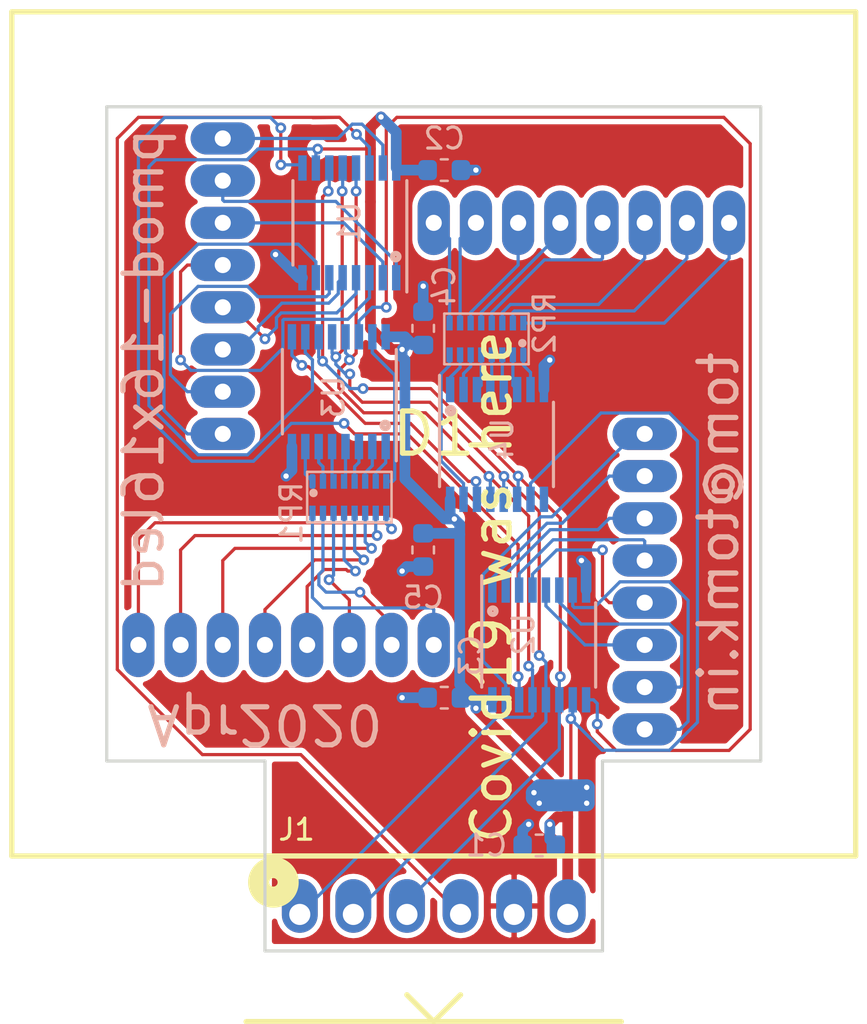
<source format=kicad_pcb>
(kicad_pcb (version 20171130) (host pcbnew 5.1.5-52549c5~84~ubuntu19.10.1)

  (general
    (thickness 1.6)
    (drawings 12)
    (tracks 475)
    (zones 0)
    (modules 13)
    (nets 59)
  )

  (page A4)
  (layers
    (0 Top signal)
    (31 Bottom signal)
    (34 B.Paste user)
    (35 F.Paste user)
    (36 B.SilkS user)
    (37 F.SilkS user)
    (38 B.Mask user)
    (39 F.Mask user)
    (40 Dwgs.User user)
    (41 Cmts.User user)
    (42 Eco1.User user)
    (43 Eco2.User user)
    (44 Edge.Cuts user)
    (45 Margin user)
    (46 B.CrtYd user)
    (47 F.CrtYd user)
  )

  (setup
    (last_trace_width 0.1524)
    (user_trace_width 0.508)
    (user_trace_width 0.762)
    (trace_clearance 0.1524)
    (zone_clearance 0.254)
    (zone_45_only yes)
    (trace_min 0.1524)
    (via_size 0.508)
    (via_drill 0.254)
    (via_min_size 0.508)
    (via_min_drill 0.254)
    (uvia_size 0.508)
    (uvia_drill 0.254)
    (uvias_allowed no)
    (uvia_min_size 0.2)
    (uvia_min_drill 0.1)
    (edge_width 0.15)
    (segment_width 0.2)
    (pcb_text_width 0.3)
    (pcb_text_size 1.5 1.5)
    (mod_edge_width 0.15)
    (mod_text_size 1 1)
    (mod_text_width 0.15)
    (pad_size 1.524 1.524)
    (pad_drill 0.762)
    (pad_to_mask_clearance 0.0508)
    (aux_axis_origin 0 0)
    (visible_elements FFFFFF7F)
    (pcbplotparams
      (layerselection 0x010fc_ffffffff)
      (usegerberextensions false)
      (usegerberattributes false)
      (usegerberadvancedattributes false)
      (creategerberjobfile false)
      (excludeedgelayer true)
      (linewidth 0.100000)
      (plotframeref false)
      (viasonmask false)
      (mode 1)
      (useauxorigin false)
      (hpglpennumber 1)
      (hpglpenspeed 20)
      (hpglpendiameter 15.000000)
      (psnegative false)
      (psa4output false)
      (plotreference true)
      (plotvalue true)
      (plotinvisibletext false)
      (padsonsilk false)
      (subtractmaskfromsilk false)
      (outputformat 1)
      (mirror false)
      (drillshape 1)
      (scaleselection 1)
      (outputdirectory ""))
  )

  (net 0 "")
  (net 1 /A1)
  (net 2 /A2)
  (net 3 /A3)
  (net 4 /A4)
  (net 5 /A5)
  (net 6 /A6)
  (net 7 /A7)
  (net 8 /A16)
  (net 9 /A15)
  (net 10 /A14)
  (net 11 /A13)
  (net 12 /A12)
  (net 13 /A11)
  (net 14 /A10)
  (net 15 /A9)
  (net 16 /A8)
  (net 17 +3V3)
  (net 18 GND)
  (net 19 /DATA)
  (net 20 /CLK)
  (net 21 /RCLK)
  (net 22 /!OE)
  (net 23 /DATA-A8)
  (net 24 /DATA-A16)
  (net 25 /DATA-C8)
  (net 26 "Net-(U4-Pad9)")
  (net 27 "Net-(RP1-Pad8)")
  (net 28 "Net-(RP1-Pad6)")
  (net 29 "Net-(RP1-Pad7)")
  (net 30 "Net-(RP1-Pad5)")
  (net 31 "Net-(RP1-Pad4)")
  (net 32 "Net-(RP1-Pad3)")
  (net 33 "Net-(RP1-Pad2)")
  (net 34 "Net-(RP1-Pad1)")
  (net 35 "Net-(RP2-Pad8)")
  (net 36 "Net-(RP2-Pad6)")
  (net 37 "Net-(RP2-Pad7)")
  (net 38 "Net-(RP2-Pad5)")
  (net 39 "Net-(RP2-Pad4)")
  (net 40 "Net-(RP2-Pad3)")
  (net 41 "Net-(RP2-Pad2)")
  (net 42 "Net-(RP2-Pad1)")
  (net 43 /C1)
  (net 44 /C2)
  (net 45 /C3)
  (net 46 /C4)
  (net 47 /C5)
  (net 48 /C6)
  (net 49 /C7)
  (net 50 /C8)
  (net 51 /C16)
  (net 52 /C15)
  (net 53 /C14)
  (net 54 /C13)
  (net 55 /C12)
  (net 56 /C11)
  (net 57 /C10)
  (net 58 /C9)

  (net_class Default "This is the default net class."
    (clearance 0.1524)
    (trace_width 0.1524)
    (via_dia 0.508)
    (via_drill 0.254)
    (uvia_dia 0.508)
    (uvia_drill 0.254)
    (diff_pair_width 0.1524)
    (diff_pair_gap 0.1524)
    (add_net +3V3)
    (add_net /!OE)
    (add_net /A1)
    (add_net /A10)
    (add_net /A11)
    (add_net /A12)
    (add_net /A13)
    (add_net /A14)
    (add_net /A15)
    (add_net /A16)
    (add_net /A2)
    (add_net /A3)
    (add_net /A4)
    (add_net /A5)
    (add_net /A6)
    (add_net /A7)
    (add_net /A8)
    (add_net /A9)
    (add_net /C1)
    (add_net /C10)
    (add_net /C11)
    (add_net /C12)
    (add_net /C13)
    (add_net /C14)
    (add_net /C15)
    (add_net /C16)
    (add_net /C2)
    (add_net /C3)
    (add_net /C4)
    (add_net /C5)
    (add_net /C6)
    (add_net /C7)
    (add_net /C8)
    (add_net /C9)
    (add_net /CLK)
    (add_net /DATA)
    (add_net /DATA-A16)
    (add_net /DATA-A8)
    (add_net /DATA-C8)
    (add_net /RCLK)
    (add_net GND)
    (add_net "Net-(RP1-Pad1)")
    (add_net "Net-(RP1-Pad2)")
    (add_net "Net-(RP1-Pad3)")
    (add_net "Net-(RP1-Pad4)")
    (add_net "Net-(RP1-Pad5)")
    (add_net "Net-(RP1-Pad6)")
    (add_net "Net-(RP1-Pad7)")
    (add_net "Net-(RP1-Pad8)")
    (add_net "Net-(RP2-Pad1)")
    (add_net "Net-(RP2-Pad2)")
    (add_net "Net-(RP2-Pad3)")
    (add_net "Net-(RP2-Pad4)")
    (add_net "Net-(RP2-Pad5)")
    (add_net "Net-(RP2-Pad6)")
    (add_net "Net-(RP2-Pad7)")
    (add_net "Net-(RP2-Pad8)")
    (add_net "Net-(U4-Pad9)")
  )

  (module tom-opto:SLD161616DRA2B (layer Top) (tedit 5E8C8062) (tstamp 5E8CB5C3)
    (at 146.5 90)
    (descr "16x16 led matrix lcsc")
    (path /5E8CADAA)
    (fp_text reference D1 (at 0 0) (layer F.SilkS)
      (effects (font (size 2 2) (thickness 0.25)))
    )
    (fp_text value SLD161616DRA2B (at 0 3) (layer F.Fab)
      (effects (font (size 1 1) (thickness 0.15)))
    )
    (fp_line (start 20.5 20.5) (end 20.5 -20.5) (layer F.CrtYd) (width 0.12))
    (fp_line (start -20.5 20.5) (end 20.5 20.5) (layer F.CrtYd) (width 0.12))
    (fp_line (start -20.5 -20.5) (end -20.5 20.5) (layer F.CrtYd) (width 0.12))
    (fp_line (start 20.5 -20.5) (end -20.5 -20.5) (layer F.CrtYd) (width 0.12))
    (fp_line (start -20 20) (end 20 20) (layer F.SilkS) (width 0.25))
    (fp_line (start -20 -20) (end -20 20) (layer F.SilkS) (width 0.25))
    (fp_line (start 20 -20) (end -20 -20) (layer F.SilkS) (width 0.25))
    (fp_line (start 20 20) (end 20 -20) (layer F.SilkS) (width 0.25))
    (pad 25 thru_hole oval (at -10 -14 90) (size 1.524 3.048) (drill 0.762) (layers *.Cu *.Mask)
      (net 1 /A1))
    (pad 26 thru_hole oval (at -10 -12 90) (size 1.524 3.048) (drill 0.762) (layers *.Cu *.Mask)
      (net 2 /A2))
    (pad 27 thru_hole oval (at -10 -10 90) (size 1.524 3.048) (drill 0.762) (layers *.Cu *.Mask)
      (net 3 /A3))
    (pad 28 thru_hole oval (at -10 -8 90) (size 1.524 3.048) (drill 0.762) (layers *.Cu *.Mask)
      (net 4 /A4))
    (pad 29 thru_hole oval (at -10 -6 90) (size 1.524 3.048) (drill 0.762) (layers *.Cu *.Mask)
      (net 5 /A5))
    (pad 30 thru_hole oval (at -10 -4 90) (size 1.524 3.048) (drill 0.762) (layers *.Cu *.Mask)
      (net 6 /A6))
    (pad 31 thru_hole oval (at -10 -2 90) (size 1.524 3.048) (drill 0.762) (layers *.Cu *.Mask)
      (net 7 /A7))
    (pad 17 thru_hole oval (at 14 -10 180) (size 1.524 3.048) (drill 0.762) (layers *.Cu *.Mask)
      (net 51 /C16))
    (pad 18 thru_hole oval (at 12 -10 180) (size 1.524 3.048) (drill 0.762) (layers *.Cu *.Mask)
      (net 52 /C15))
    (pad 19 thru_hole oval (at 10 -10 180) (size 1.524 3.048) (drill 0.762) (layers *.Cu *.Mask)
      (net 53 /C14))
    (pad 20 thru_hole oval (at 8 -10 180) (size 1.524 3.048) (drill 0.762) (layers *.Cu *.Mask)
      (net 54 /C13))
    (pad 21 thru_hole oval (at 6 -10 180) (size 1.524 3.048) (drill 0.762) (layers *.Cu *.Mask)
      (net 55 /C12))
    (pad 22 thru_hole oval (at 4 -10 180) (size 1.524 3.048) (drill 0.762) (layers *.Cu *.Mask)
      (net 56 /C11))
    (pad 23 thru_hole oval (at 2 -10 180) (size 1.524 3.048) (drill 0.762) (layers *.Cu *.Mask)
      (net 57 /C10))
    (pad 9 thru_hole oval (at 10 14 90) (size 1.524 3.048) (drill 0.762) (layers *.Cu *.Mask)
      (net 8 /A16))
    (pad 10 thru_hole oval (at 10 12 90) (size 1.524 3.048) (drill 0.762) (layers *.Cu *.Mask)
      (net 9 /A15))
    (pad 11 thru_hole oval (at 10 10 90) (size 1.524 3.048) (drill 0.762) (layers *.Cu *.Mask)
      (net 10 /A14))
    (pad 12 thru_hole oval (at 10 8 90) (size 1.524 3.048) (drill 0.762) (layers *.Cu *.Mask)
      (net 11 /A13))
    (pad 13 thru_hole oval (at 10 6 90) (size 1.524 3.048) (drill 0.762) (layers *.Cu *.Mask)
      (net 12 /A12))
    (pad 14 thru_hole oval (at 10 4 90) (size 1.524 3.048) (drill 0.762) (layers *.Cu *.Mask)
      (net 13 /A11))
    (pad 15 thru_hole oval (at 10 2 90) (size 1.524 3.048) (drill 0.762) (layers *.Cu *.Mask)
      (net 14 /A10))
    (pad 1 thru_hole oval (at -14 10 180) (size 1.524 3.048) (drill 0.762) (layers *.Cu *.Mask)
      (net 43 /C1))
    (pad 2 thru_hole oval (at -12 10 180) (size 1.524 3.048) (drill 0.762) (layers *.Cu *.Mask)
      (net 44 /C2))
    (pad 3 thru_hole oval (at -10 10 180) (size 1.524 3.048) (drill 0.762) (layers *.Cu *.Mask)
      (net 45 /C3))
    (pad 4 thru_hole oval (at -8 10 180) (size 1.524 3.048) (drill 0.762) (layers *.Cu *.Mask)
      (net 46 /C4))
    (pad 5 thru_hole oval (at -6 10 180) (size 1.524 3.048) (drill 0.762) (layers *.Cu *.Mask)
      (net 47 /C5))
    (pad 6 thru_hole oval (at -4 10 180) (size 1.524 3.048) (drill 0.762) (layers *.Cu *.Mask)
      (net 48 /C6))
    (pad 7 thru_hole oval (at -2 10 180) (size 1.524 3.048) (drill 0.762) (layers *.Cu *.Mask)
      (net 49 /C7))
    (pad 8 thru_hole oval (at 0 10 180) (size 1.524 3.048) (drill 0.762) (layers *.Cu *.Mask)
      (net 50 /C8))
    (pad 16 thru_hole oval (at 10 0 90) (size 1.524 3.048) (drill 0.762) (layers *.Cu *.Mask)
      (net 15 /A9))
    (pad 24 thru_hole oval (at 0 -10 180) (size 1.524 3.048) (drill 0.762) (layers *.Cu *.Mask)
      (net 58 /C9))
    (pad 32 thru_hole oval (at -10 0 90) (size 1.524 3.048) (drill 0.762) (layers *.Cu *.Mask)
      (net 16 /A8))
  )

  (module tom-passives:R_PACK8_CAT16J8 (layer Bottom) (tedit 5E8CAA49) (tstamp 5E8CB403)
    (at 149 85.5 180)
    (path /5E9DAD87)
    (fp_text reference RP2 (at -2.75 0.75 270) (layer B.SilkS)
      (effects (font (size 1 1) (thickness 0.15)) (justify mirror))
    )
    (fp_text value 330R (at -2.7 0 270) (layer B.Fab)
      (effects (font (size 1 1) (thickness 0.15)) (justify mirror))
    )
    (fp_circle (center -1.7 -0.2) (end -1.6 -0.2) (layer B.SilkS) (width 0.2))
    (fp_line (start -2 -1.2) (end -2 1.2) (layer B.SilkS) (width 0.12))
    (fp_line (start 2 -1.2) (end -2 -1.2) (layer B.SilkS) (width 0.12))
    (fp_line (start 2 1.2) (end 2 -1.2) (layer B.SilkS) (width 0.12))
    (fp_line (start -2 1.2) (end 2 1.2) (layer B.SilkS) (width 0.12))
    (fp_line (start -2 -1.2) (end -2 1.2) (layer B.CrtYd) (width 0.12))
    (fp_line (start 2 -1.2) (end -2 -1.2) (layer B.CrtYd) (width 0.12))
    (fp_line (start 2 1.2) (end 2 -1.2) (layer B.CrtYd) (width 0.12))
    (fp_line (start -2 1.2) (end 2 1.2) (layer B.CrtYd) (width 0.12))
    (pad 13 smd rect (at -0.25 0.75 180) (size 0.3 0.7) (layers Bottom B.Paste B.Mask)
      (net 54 /C13))
    (pad 10 smd rect (at 1.25 0.75 180) (size 0.3 0.7) (layers Bottom B.Paste B.Mask)
      (net 57 /C10))
    (pad 15 smd rect (at -1.25 0.75 180) (size 0.3 0.7) (layers Bottom B.Paste B.Mask)
      (net 52 /C15))
    (pad 11 smd rect (at 0.75 0.75 180) (size 0.3 0.7) (layers Bottom B.Paste B.Mask)
      (net 56 /C11))
    (pad 14 smd rect (at -0.75 0.75 180) (size 0.3 0.7) (layers Bottom B.Paste B.Mask)
      (net 53 /C14))
    (pad 12 smd rect (at 0.25 0.75 180) (size 0.3 0.7) (layers Bottom B.Paste B.Mask)
      (net 55 /C12))
    (pad 9 smd rect (at 1.75 0.75 180) (size 0.3 0.7) (layers Bottom B.Paste B.Mask)
      (net 58 /C9))
    (pad 16 smd rect (at -1.75 0.75 180) (size 0.3 0.7) (layers Bottom B.Paste B.Mask)
      (net 51 /C16))
    (pad 8 smd rect (at 1.75 -0.75 180) (size 0.3 0.7) (layers Bottom B.Paste B.Mask)
      (net 35 "Net-(RP2-Pad8)"))
    (pad 6 smd rect (at 0.75 -0.75 180) (size 0.3 0.7) (layers Bottom B.Paste B.Mask)
      (net 36 "Net-(RP2-Pad6)"))
    (pad 7 smd rect (at 1.25 -0.75 180) (size 0.3 0.7) (layers Bottom B.Paste B.Mask)
      (net 37 "Net-(RP2-Pad7)"))
    (pad 5 smd rect (at 0.25 -0.75 180) (size 0.3 0.7) (layers Bottom B.Paste B.Mask)
      (net 38 "Net-(RP2-Pad5)"))
    (pad 4 smd rect (at -0.25 -0.75 180) (size 0.3 0.7) (layers Bottom B.Paste B.Mask)
      (net 39 "Net-(RP2-Pad4)"))
    (pad 3 smd rect (at -0.75 -0.75 180) (size 0.3 0.7) (layers Bottom B.Paste B.Mask)
      (net 40 "Net-(RP2-Pad3)"))
    (pad 2 smd rect (at -1.25 -0.75 180) (size 0.3 0.7) (layers Bottom B.Paste B.Mask)
      (net 41 "Net-(RP2-Pad2)"))
    (pad 1 smd roundrect (at -1.75 -0.75 180) (size 0.3 0.7) (layers Bottom B.Paste B.Mask) (roundrect_rratio 0.333)
      (net 42 "Net-(RP2-Pad1)"))
  )

  (module tom-passives:R_PACK8_CAT16J8 (layer Bottom) (tedit 5E8CAA49) (tstamp 5E8CC273)
    (at 142.5 93)
    (path /5E9D9AA5)
    (fp_text reference RP1 (at -2.75 0.75 270) (layer B.SilkS)
      (effects (font (size 1 1) (thickness 0.15)) (justify mirror))
    )
    (fp_text value 330R (at -2.7 0 270) (layer B.Fab)
      (effects (font (size 1 1) (thickness 0.15)) (justify mirror))
    )
    (fp_circle (center -1.7 -0.2) (end -1.6 -0.2) (layer B.SilkS) (width 0.2))
    (fp_line (start -2 -1.2) (end -2 1.2) (layer B.SilkS) (width 0.12))
    (fp_line (start 2 -1.2) (end -2 -1.2) (layer B.SilkS) (width 0.12))
    (fp_line (start 2 1.2) (end 2 -1.2) (layer B.SilkS) (width 0.12))
    (fp_line (start -2 1.2) (end 2 1.2) (layer B.SilkS) (width 0.12))
    (fp_line (start -2 -1.2) (end -2 1.2) (layer B.CrtYd) (width 0.12))
    (fp_line (start 2 -1.2) (end -2 -1.2) (layer B.CrtYd) (width 0.12))
    (fp_line (start 2 1.2) (end 2 -1.2) (layer B.CrtYd) (width 0.12))
    (fp_line (start -2 1.2) (end 2 1.2) (layer B.CrtYd) (width 0.12))
    (pad 13 smd rect (at -0.25 0.75) (size 0.3 0.7) (layers Bottom B.Paste B.Mask)
      (net 47 /C5))
    (pad 10 smd rect (at 1.25 0.75) (size 0.3 0.7) (layers Bottom B.Paste B.Mask)
      (net 44 /C2))
    (pad 15 smd rect (at -1.25 0.75) (size 0.3 0.7) (layers Bottom B.Paste B.Mask)
      (net 49 /C7))
    (pad 11 smd rect (at 0.75 0.75) (size 0.3 0.7) (layers Bottom B.Paste B.Mask)
      (net 45 /C3))
    (pad 14 smd rect (at -0.75 0.75) (size 0.3 0.7) (layers Bottom B.Paste B.Mask)
      (net 48 /C6))
    (pad 12 smd rect (at 0.25 0.75) (size 0.3 0.7) (layers Bottom B.Paste B.Mask)
      (net 46 /C4))
    (pad 9 smd rect (at 1.75 0.75) (size 0.3 0.7) (layers Bottom B.Paste B.Mask)
      (net 43 /C1))
    (pad 16 smd rect (at -1.75 0.75) (size 0.3 0.7) (layers Bottom B.Paste B.Mask)
      (net 50 /C8))
    (pad 8 smd rect (at 1.75 -0.75) (size 0.3 0.7) (layers Bottom B.Paste B.Mask)
      (net 27 "Net-(RP1-Pad8)"))
    (pad 6 smd rect (at 0.75 -0.75) (size 0.3 0.7) (layers Bottom B.Paste B.Mask)
      (net 28 "Net-(RP1-Pad6)"))
    (pad 7 smd rect (at 1.25 -0.75) (size 0.3 0.7) (layers Bottom B.Paste B.Mask)
      (net 29 "Net-(RP1-Pad7)"))
    (pad 5 smd rect (at 0.25 -0.75) (size 0.3 0.7) (layers Bottom B.Paste B.Mask)
      (net 30 "Net-(RP1-Pad5)"))
    (pad 4 smd rect (at -0.25 -0.75) (size 0.3 0.7) (layers Bottom B.Paste B.Mask)
      (net 31 "Net-(RP1-Pad4)"))
    (pad 3 smd rect (at -0.75 -0.75) (size 0.3 0.7) (layers Bottom B.Paste B.Mask)
      (net 32 "Net-(RP1-Pad3)"))
    (pad 2 smd rect (at -1.25 -0.75) (size 0.3 0.7) (layers Bottom B.Paste B.Mask)
      (net 33 "Net-(RP1-Pad2)"))
    (pad 1 smd roundrect (at -1.75 -0.75) (size 0.3 0.7) (layers Bottom B.Paste B.Mask) (roundrect_rratio 0.333)
      (net 34 "Net-(RP1-Pad1)"))
  )

  (module tom-semiconductors:SSOP-16_3.9x4.9mm_P0.635mm (layer Bottom) (tedit 5E8CAF43) (tstamp 5E8CA332)
    (at 149.5 90.5 270)
    (descr "SSOP16: plastic shrink small outline package; 16 leads; body width 3.9 mm; lead pitch 0.635; (see NXP SSOP-TSSOP-VSO-REFLOW.pdf and sot519-1_po.pdf)")
    (tags "SSOP 0.635")
    (path /5E9209D1)
    (attr smd)
    (fp_text reference U4 (at -0.25 -0.25 90) (layer B.SilkS)
      (effects (font (size 1 1) (thickness 0.15)) (justify mirror))
    )
    (fp_text value 74HC595 (at 0 -3.5 90) (layer B.Fab)
      (effects (font (size 1 1) (thickness 0.15)) (justify mirror))
    )
    (fp_circle (center -1.6 2.2) (end -1.45 2.2) (layer B.SilkS) (width 0.25))
    (fp_text user %R (at 0 0 90) (layer B.Fab)
      (effects (font (size 0.8 0.8) (thickness 0.15)) (justify mirror))
    )
    (fp_line (start -3.275 2.725) (end 2 2.725) (layer B.SilkS) (width 0.15))
    (fp_line (start -2 -2.675) (end 2 -2.675) (layer B.SilkS) (width 0.15))
    (fp_line (start -3.45 -2.8) (end 3.45 -2.8) (layer B.CrtYd) (width 0.05))
    (fp_line (start -3.45 2.85) (end 3.45 2.85) (layer B.CrtYd) (width 0.05))
    (fp_line (start 3.45 2.85) (end 3.45 -2.8) (layer B.CrtYd) (width 0.05))
    (fp_line (start -3.45 2.85) (end -3.45 -2.8) (layer B.CrtYd) (width 0.05))
    (fp_line (start -1.95 1.45) (end -0.95 2.45) (layer B.Fab) (width 0.15))
    (fp_line (start -1.95 -2.45) (end -1.95 1.45) (layer B.Fab) (width 0.15))
    (fp_line (start 1.95 -2.45) (end -1.95 -2.45) (layer B.Fab) (width 0.15))
    (fp_line (start 1.95 2.45) (end 1.95 -2.45) (layer B.Fab) (width 0.15))
    (fp_line (start -0.95 2.45) (end 1.95 2.45) (layer B.Fab) (width 0.15))
    (pad 16 smd rect (at 2.6 2.2225 270) (size 1.2 0.4) (layers Bottom B.Paste B.Mask)
      (net 17 +3V3))
    (pad 15 smd rect (at 2.6 1.5875 270) (size 1.2 0.4) (layers Bottom B.Paste B.Mask)
      (net 35 "Net-(RP2-Pad8)"))
    (pad 14 smd rect (at 2.6 0.9525 270) (size 1.2 0.4) (layers Bottom B.Paste B.Mask)
      (net 25 /DATA-C8))
    (pad 13 smd rect (at 2.6 0.3175 270) (size 1.2 0.4) (layers Bottom B.Paste B.Mask)
      (net 22 /!OE))
    (pad 12 smd rect (at 2.6 -0.3175 270) (size 1.2 0.4) (layers Bottom B.Paste B.Mask)
      (net 21 /RCLK))
    (pad 11 smd rect (at 2.6 -0.9525 270) (size 1.2 0.4) (layers Bottom B.Paste B.Mask)
      (net 20 /CLK))
    (pad 10 smd rect (at 2.6 -1.5875 270) (size 1.2 0.4) (layers Bottom B.Paste B.Mask)
      (net 17 +3V3))
    (pad 9 smd rect (at 2.6 -2.2225 270) (size 1.2 0.4) (layers Bottom B.Paste B.Mask)
      (net 26 "Net-(U4-Pad9)"))
    (pad 8 smd rect (at -2.6 -2.2225 270) (size 1.2 0.4) (layers Bottom B.Paste B.Mask)
      (net 18 GND))
    (pad 7 smd rect (at -2.6 -1.5875 270) (size 1.2 0.4) (layers Bottom B.Paste B.Mask)
      (net 42 "Net-(RP2-Pad1)"))
    (pad 6 smd rect (at -2.6 -0.9525 270) (size 1.2 0.4) (layers Bottom B.Paste B.Mask)
      (net 41 "Net-(RP2-Pad2)"))
    (pad 5 smd rect (at -2.6 -0.3175 270) (size 1.2 0.4) (layers Bottom B.Paste B.Mask)
      (net 40 "Net-(RP2-Pad3)"))
    (pad 4 smd rect (at -2.6 0.3175 270) (size 1.2 0.4) (layers Bottom B.Paste B.Mask)
      (net 39 "Net-(RP2-Pad4)"))
    (pad 3 smd rect (at -2.6 0.9525 270) (size 1.2 0.4) (layers Bottom B.Paste B.Mask)
      (net 38 "Net-(RP2-Pad5)"))
    (pad 2 smd rect (at -2.6 1.5875 270) (size 1.2 0.4) (layers Bottom B.Paste B.Mask)
      (net 36 "Net-(RP2-Pad6)"))
    (pad 1 smd rect (at -2.6 2.2225 270) (size 1.2 0.4) (layers Bottom B.Paste B.Mask)
      (net 37 "Net-(RP2-Pad7)"))
    (model ${KISYS3DMOD}/Package_SO.3dshapes/SSOP-16_3.9x4.9mm_P0.635mm.wrl
      (at (xyz 0 0 0))
      (scale (xyz 1 1 1))
      (rotate (xyz 0 0 0))
    )
  )

  (module tom-semiconductors:SSOP-16_3.9x4.9mm_P0.635mm (layer Bottom) (tedit 5E8CAF43) (tstamp 5E8CC219)
    (at 142 88 90)
    (descr "SSOP16: plastic shrink small outline package; 16 leads; body width 3.9 mm; lead pitch 0.635; (see NXP SSOP-TSSOP-VSO-REFLOW.pdf and sot519-1_po.pdf)")
    (tags "SSOP 0.635")
    (path /5E904DC1)
    (attr smd)
    (fp_text reference U3 (at -0.25 -0.25 90) (layer B.SilkS)
      (effects (font (size 1 1) (thickness 0.15)) (justify mirror))
    )
    (fp_text value 74HC595 (at 0 -3.5 90) (layer B.Fab)
      (effects (font (size 1 1) (thickness 0.15)) (justify mirror))
    )
    (fp_circle (center -1.6 2.2) (end -1.45 2.2) (layer B.SilkS) (width 0.25))
    (fp_text user %R (at 0 0 90) (layer B.Fab)
      (effects (font (size 0.8 0.8) (thickness 0.15)) (justify mirror))
    )
    (fp_line (start -3.275 2.725) (end 2 2.725) (layer B.SilkS) (width 0.15))
    (fp_line (start -2 -2.675) (end 2 -2.675) (layer B.SilkS) (width 0.15))
    (fp_line (start -3.45 -2.8) (end 3.45 -2.8) (layer B.CrtYd) (width 0.05))
    (fp_line (start -3.45 2.85) (end 3.45 2.85) (layer B.CrtYd) (width 0.05))
    (fp_line (start 3.45 2.85) (end 3.45 -2.8) (layer B.CrtYd) (width 0.05))
    (fp_line (start -3.45 2.85) (end -3.45 -2.8) (layer B.CrtYd) (width 0.05))
    (fp_line (start -1.95 1.45) (end -0.95 2.45) (layer B.Fab) (width 0.15))
    (fp_line (start -1.95 -2.45) (end -1.95 1.45) (layer B.Fab) (width 0.15))
    (fp_line (start 1.95 -2.45) (end -1.95 -2.45) (layer B.Fab) (width 0.15))
    (fp_line (start 1.95 2.45) (end 1.95 -2.45) (layer B.Fab) (width 0.15))
    (fp_line (start -0.95 2.45) (end 1.95 2.45) (layer B.Fab) (width 0.15))
    (pad 16 smd rect (at 2.6 2.2225 90) (size 1.2 0.4) (layers Bottom B.Paste B.Mask)
      (net 17 +3V3))
    (pad 15 smd rect (at 2.6 1.5875 90) (size 1.2 0.4) (layers Bottom B.Paste B.Mask)
      (net 27 "Net-(RP1-Pad8)"))
    (pad 14 smd rect (at 2.6 0.9525 90) (size 1.2 0.4) (layers Bottom B.Paste B.Mask)
      (net 24 /DATA-A16))
    (pad 13 smd rect (at 2.6 0.3175 90) (size 1.2 0.4) (layers Bottom B.Paste B.Mask)
      (net 22 /!OE))
    (pad 12 smd rect (at 2.6 -0.3175 90) (size 1.2 0.4) (layers Bottom B.Paste B.Mask)
      (net 21 /RCLK))
    (pad 11 smd rect (at 2.6 -0.9525 90) (size 1.2 0.4) (layers Bottom B.Paste B.Mask)
      (net 20 /CLK))
    (pad 10 smd rect (at 2.6 -1.5875 90) (size 1.2 0.4) (layers Bottom B.Paste B.Mask)
      (net 17 +3V3))
    (pad 9 smd rect (at 2.6 -2.2225 90) (size 1.2 0.4) (layers Bottom B.Paste B.Mask)
      (net 25 /DATA-C8))
    (pad 8 smd rect (at -2.6 -2.2225 90) (size 1.2 0.4) (layers Bottom B.Paste B.Mask)
      (net 18 GND))
    (pad 7 smd rect (at -2.6 -1.5875 90) (size 1.2 0.4) (layers Bottom B.Paste B.Mask)
      (net 34 "Net-(RP1-Pad1)"))
    (pad 6 smd rect (at -2.6 -0.9525 90) (size 1.2 0.4) (layers Bottom B.Paste B.Mask)
      (net 33 "Net-(RP1-Pad2)"))
    (pad 5 smd rect (at -2.6 -0.3175 90) (size 1.2 0.4) (layers Bottom B.Paste B.Mask)
      (net 32 "Net-(RP1-Pad3)"))
    (pad 4 smd rect (at -2.6 0.3175 90) (size 1.2 0.4) (layers Bottom B.Paste B.Mask)
      (net 31 "Net-(RP1-Pad4)"))
    (pad 3 smd rect (at -2.6 0.9525 90) (size 1.2 0.4) (layers Bottom B.Paste B.Mask)
      (net 30 "Net-(RP1-Pad5)"))
    (pad 2 smd rect (at -2.6 1.5875 90) (size 1.2 0.4) (layers Bottom B.Paste B.Mask)
      (net 28 "Net-(RP1-Pad6)"))
    (pad 1 smd rect (at -2.6 2.2225 90) (size 1.2 0.4) (layers Bottom B.Paste B.Mask)
      (net 29 "Net-(RP1-Pad7)"))
    (model ${KISYS3DMOD}/Package_SO.3dshapes/SSOP-16_3.9x4.9mm_P0.635mm.wrl
      (at (xyz 0 0 0))
      (scale (xyz 1 1 1))
      (rotate (xyz 0 0 0))
    )
  )

  (module tom-passives:C_0603_1608Metric (layer Bottom) (tedit 5B301BBE) (tstamp 5E8CA204)
    (at 146 95.5 270)
    (descr "Capacitor SMD 0603 (1608 Metric), square (rectangular) end terminal, IPC_7351 nominal, (Body size source: http://www.tortai-tech.com/upload/download/2011102023233369053.pdf), generated with kicad-footprint-generator")
    (tags capacitor)
    (path /5E9BD0B0)
    (attr smd)
    (fp_text reference C5 (at 2.25 0 180) (layer B.SilkS)
      (effects (font (size 1 1) (thickness 0.15)) (justify mirror))
    )
    (fp_text value 0.1uF/6.3V (at 0 -1.43 90) (layer B.Fab)
      (effects (font (size 1 1) (thickness 0.15)) (justify mirror))
    )
    (fp_text user %R (at 0 0 90) (layer B.Fab)
      (effects (font (size 0.4 0.4) (thickness 0.06)) (justify mirror))
    )
    (fp_line (start 1.48 -0.73) (end -1.48 -0.73) (layer B.CrtYd) (width 0.05))
    (fp_line (start 1.48 0.73) (end 1.48 -0.73) (layer B.CrtYd) (width 0.05))
    (fp_line (start -1.48 0.73) (end 1.48 0.73) (layer B.CrtYd) (width 0.05))
    (fp_line (start -1.48 -0.73) (end -1.48 0.73) (layer B.CrtYd) (width 0.05))
    (fp_line (start -0.162779 -0.51) (end 0.162779 -0.51) (layer B.SilkS) (width 0.12))
    (fp_line (start -0.162779 0.51) (end 0.162779 0.51) (layer B.SilkS) (width 0.12))
    (fp_line (start 0.8 -0.4) (end -0.8 -0.4) (layer B.Fab) (width 0.1))
    (fp_line (start 0.8 0.4) (end 0.8 -0.4) (layer B.Fab) (width 0.1))
    (fp_line (start -0.8 0.4) (end 0.8 0.4) (layer B.Fab) (width 0.1))
    (fp_line (start -0.8 -0.4) (end -0.8 0.4) (layer B.Fab) (width 0.1))
    (pad 2 smd roundrect (at 0.7875 0 270) (size 0.875 0.95) (layers Bottom B.Paste B.Mask) (roundrect_rratio 0.25)
      (net 18 GND))
    (pad 1 smd roundrect (at -0.7875 0 270) (size 0.875 0.95) (layers Bottom B.Paste B.Mask) (roundrect_rratio 0.25)
      (net 17 +3V3))
    (model ${KISYS3DMOD}/Capacitor_SMD.3dshapes/C_0603_1608Metric.wrl
      (at (xyz 0 0 0))
      (scale (xyz 1 1 1))
      (rotate (xyz 0 0 0))
    )
  )

  (module tom-passives:C_0603_1608Metric (layer Bottom) (tedit 5B301BBE) (tstamp 5E8CF112)
    (at 146 85 90)
    (descr "Capacitor SMD 0603 (1608 Metric), square (rectangular) end terminal, IPC_7351 nominal, (Body size source: http://www.tortai-tech.com/upload/download/2011102023233369053.pdf), generated with kicad-footprint-generator")
    (tags capacitor)
    (path /5E9BC92B)
    (attr smd)
    (fp_text reference C4 (at 2 1 90) (layer B.SilkS)
      (effects (font (size 1 1) (thickness 0.15)) (justify mirror))
    )
    (fp_text value 0.1uF/6.3V (at 0 -1.43 90) (layer B.Fab)
      (effects (font (size 1 1) (thickness 0.15)) (justify mirror))
    )
    (fp_text user %R (at 0 0 90) (layer B.Fab)
      (effects (font (size 0.4 0.4) (thickness 0.06)) (justify mirror))
    )
    (fp_line (start 1.48 -0.73) (end -1.48 -0.73) (layer B.CrtYd) (width 0.05))
    (fp_line (start 1.48 0.73) (end 1.48 -0.73) (layer B.CrtYd) (width 0.05))
    (fp_line (start -1.48 0.73) (end 1.48 0.73) (layer B.CrtYd) (width 0.05))
    (fp_line (start -1.48 -0.73) (end -1.48 0.73) (layer B.CrtYd) (width 0.05))
    (fp_line (start -0.162779 -0.51) (end 0.162779 -0.51) (layer B.SilkS) (width 0.12))
    (fp_line (start -0.162779 0.51) (end 0.162779 0.51) (layer B.SilkS) (width 0.12))
    (fp_line (start 0.8 -0.4) (end -0.8 -0.4) (layer B.Fab) (width 0.1))
    (fp_line (start 0.8 0.4) (end 0.8 -0.4) (layer B.Fab) (width 0.1))
    (fp_line (start -0.8 0.4) (end 0.8 0.4) (layer B.Fab) (width 0.1))
    (fp_line (start -0.8 -0.4) (end -0.8 0.4) (layer B.Fab) (width 0.1))
    (pad 2 smd roundrect (at 0.7875 0 90) (size 0.875 0.95) (layers Bottom B.Paste B.Mask) (roundrect_rratio 0.25)
      (net 18 GND))
    (pad 1 smd roundrect (at -0.7875 0 90) (size 0.875 0.95) (layers Bottom B.Paste B.Mask) (roundrect_rratio 0.25)
      (net 17 +3V3))
    (model ${KISYS3DMOD}/Capacitor_SMD.3dshapes/C_0603_1608Metric.wrl
      (at (xyz 0 0 0))
      (scale (xyz 1 1 1))
      (rotate (xyz 0 0 0))
    )
  )

  (module tom-passives:C_0603_1608Metric (layer Bottom) (tedit 5B301BBE) (tstamp 5E8CA1E2)
    (at 147 102.5 180)
    (descr "Capacitor SMD 0603 (1608 Metric), square (rectangular) end terminal, IPC_7351 nominal, (Body size source: http://www.tortai-tech.com/upload/download/2011102023233369053.pdf), generated with kicad-footprint-generator")
    (tags capacitor)
    (path /5E9BC583)
    (attr smd)
    (fp_text reference C3 (at -1.25 2 270) (layer B.SilkS)
      (effects (font (size 1 1) (thickness 0.15)) (justify mirror))
    )
    (fp_text value 0.1uF/6.3V (at 0 -1.43) (layer B.Fab)
      (effects (font (size 1 1) (thickness 0.15)) (justify mirror))
    )
    (fp_text user %R (at 0 0) (layer B.Fab)
      (effects (font (size 0.4 0.4) (thickness 0.06)) (justify mirror))
    )
    (fp_line (start 1.48 -0.73) (end -1.48 -0.73) (layer B.CrtYd) (width 0.05))
    (fp_line (start 1.48 0.73) (end 1.48 -0.73) (layer B.CrtYd) (width 0.05))
    (fp_line (start -1.48 0.73) (end 1.48 0.73) (layer B.CrtYd) (width 0.05))
    (fp_line (start -1.48 -0.73) (end -1.48 0.73) (layer B.CrtYd) (width 0.05))
    (fp_line (start -0.162779 -0.51) (end 0.162779 -0.51) (layer B.SilkS) (width 0.12))
    (fp_line (start -0.162779 0.51) (end 0.162779 0.51) (layer B.SilkS) (width 0.12))
    (fp_line (start 0.8 -0.4) (end -0.8 -0.4) (layer B.Fab) (width 0.1))
    (fp_line (start 0.8 0.4) (end 0.8 -0.4) (layer B.Fab) (width 0.1))
    (fp_line (start -0.8 0.4) (end 0.8 0.4) (layer B.Fab) (width 0.1))
    (fp_line (start -0.8 -0.4) (end -0.8 0.4) (layer B.Fab) (width 0.1))
    (pad 2 smd roundrect (at 0.7875 0 180) (size 0.875 0.95) (layers Bottom B.Paste B.Mask) (roundrect_rratio 0.25)
      (net 18 GND))
    (pad 1 smd roundrect (at -0.7875 0 180) (size 0.875 0.95) (layers Bottom B.Paste B.Mask) (roundrect_rratio 0.25)
      (net 17 +3V3))
    (model ${KISYS3DMOD}/Capacitor_SMD.3dshapes/C_0603_1608Metric.wrl
      (at (xyz 0 0 0))
      (scale (xyz 1 1 1))
      (rotate (xyz 0 0 0))
    )
  )

  (module tom-passives:C_0603_1608Metric (layer Bottom) (tedit 5B301BBE) (tstamp 5E8CA1D1)
    (at 147 77.5)
    (descr "Capacitor SMD 0603 (1608 Metric), square (rectangular) end terminal, IPC_7351 nominal, (Body size source: http://www.tortai-tech.com/upload/download/2011102023233369053.pdf), generated with kicad-footprint-generator")
    (tags capacitor)
    (path /5E9BA496)
    (attr smd)
    (fp_text reference C2 (at 0 -1.5) (layer B.SilkS)
      (effects (font (size 1 1) (thickness 0.15)) (justify mirror))
    )
    (fp_text value 0.1uF/6.3V (at 0 -1.43) (layer B.Fab)
      (effects (font (size 1 1) (thickness 0.15)) (justify mirror))
    )
    (fp_text user %R (at 0 0) (layer B.Fab)
      (effects (font (size 0.4 0.4) (thickness 0.06)) (justify mirror))
    )
    (fp_line (start 1.48 -0.73) (end -1.48 -0.73) (layer B.CrtYd) (width 0.05))
    (fp_line (start 1.48 0.73) (end 1.48 -0.73) (layer B.CrtYd) (width 0.05))
    (fp_line (start -1.48 0.73) (end 1.48 0.73) (layer B.CrtYd) (width 0.05))
    (fp_line (start -1.48 -0.73) (end -1.48 0.73) (layer B.CrtYd) (width 0.05))
    (fp_line (start -0.162779 -0.51) (end 0.162779 -0.51) (layer B.SilkS) (width 0.12))
    (fp_line (start -0.162779 0.51) (end 0.162779 0.51) (layer B.SilkS) (width 0.12))
    (fp_line (start 0.8 -0.4) (end -0.8 -0.4) (layer B.Fab) (width 0.1))
    (fp_line (start 0.8 0.4) (end 0.8 -0.4) (layer B.Fab) (width 0.1))
    (fp_line (start -0.8 0.4) (end 0.8 0.4) (layer B.Fab) (width 0.1))
    (fp_line (start -0.8 -0.4) (end -0.8 0.4) (layer B.Fab) (width 0.1))
    (pad 2 smd roundrect (at 0.7875 0) (size 0.875 0.95) (layers Bottom B.Paste B.Mask) (roundrect_rratio 0.25)
      (net 18 GND))
    (pad 1 smd roundrect (at -0.7875 0) (size 0.875 0.95) (layers Bottom B.Paste B.Mask) (roundrect_rratio 0.25)
      (net 17 +3V3))
    (model ${KISYS3DMOD}/Capacitor_SMD.3dshapes/C_0603_1608Metric.wrl
      (at (xyz 0 0 0))
      (scale (xyz 1 1 1))
      (rotate (xyz 0 0 0))
    )
  )

  (module tom-passives:C_0603_1608Metric (layer Bottom) (tedit 5B301BBE) (tstamp 5E8CA1C0)
    (at 151.5 109.5 180)
    (descr "Capacitor SMD 0603 (1608 Metric), square (rectangular) end terminal, IPC_7351 nominal, (Body size source: http://www.tortai-tech.com/upload/download/2011102023233369053.pdf), generated with kicad-footprint-generator")
    (tags capacitor)
    (path /5E9C74F3)
    (attr smd)
    (fp_text reference C1 (at 2.5 0) (layer B.SilkS)
      (effects (font (size 1 1) (thickness 0.15)) (justify mirror))
    )
    (fp_text value 10uF/6.3V (at 0 -1.43) (layer B.Fab)
      (effects (font (size 1 1) (thickness 0.15)) (justify mirror))
    )
    (fp_text user %R (at 0 0) (layer B.Fab)
      (effects (font (size 0.4 0.4) (thickness 0.06)) (justify mirror))
    )
    (fp_line (start 1.48 -0.73) (end -1.48 -0.73) (layer B.CrtYd) (width 0.05))
    (fp_line (start 1.48 0.73) (end 1.48 -0.73) (layer B.CrtYd) (width 0.05))
    (fp_line (start -1.48 0.73) (end 1.48 0.73) (layer B.CrtYd) (width 0.05))
    (fp_line (start -1.48 -0.73) (end -1.48 0.73) (layer B.CrtYd) (width 0.05))
    (fp_line (start -0.162779 -0.51) (end 0.162779 -0.51) (layer B.SilkS) (width 0.12))
    (fp_line (start -0.162779 0.51) (end 0.162779 0.51) (layer B.SilkS) (width 0.12))
    (fp_line (start 0.8 -0.4) (end -0.8 -0.4) (layer B.Fab) (width 0.1))
    (fp_line (start 0.8 0.4) (end 0.8 -0.4) (layer B.Fab) (width 0.1))
    (fp_line (start -0.8 0.4) (end 0.8 0.4) (layer B.Fab) (width 0.1))
    (fp_line (start -0.8 -0.4) (end -0.8 0.4) (layer B.Fab) (width 0.1))
    (pad 2 smd roundrect (at 0.7875 0 180) (size 0.875 0.95) (layers Bottom B.Paste B.Mask) (roundrect_rratio 0.25)
      (net 18 GND))
    (pad 1 smd roundrect (at -0.7875 0 180) (size 0.875 0.95) (layers Bottom B.Paste B.Mask) (roundrect_rratio 0.25)
      (net 17 +3V3))
    (model ${KISYS3DMOD}/Capacitor_SMD.3dshapes/C_0603_1608Metric.wrl
      (at (xyz 0 0 0))
      (scale (xyz 1 1 1))
      (rotate (xyz 0 0 0))
    )
  )

  (module tom-semiconductors:SSOP-16_3.9x4.9mm_P0.635mm (layer Bottom) (tedit 5E8CAF43) (tstamp 5E8C92D1)
    (at 151.5 100 270)
    (descr "SSOP16: plastic shrink small outline package; 16 leads; body width 3.9 mm; lead pitch 0.635; (see NXP SSOP-TSSOP-VSO-REFLOW.pdf and sot519-1_po.pdf)")
    (tags "SSOP 0.635")
    (path /5E8CB368)
    (attr smd)
    (fp_text reference U2 (at -0.5 0.75 90) (layer B.SilkS)
      (effects (font (size 1 1) (thickness 0.15)) (justify mirror))
    )
    (fp_text value 74HC595 (at 0 -3.5 90) (layer B.Fab)
      (effects (font (size 1 1) (thickness 0.15)) (justify mirror))
    )
    (fp_circle (center -1.6 2.2) (end -1.45 2.2) (layer B.SilkS) (width 0.25))
    (fp_text user %R (at 0 0 90) (layer B.Fab)
      (effects (font (size 0.8 0.8) (thickness 0.15)) (justify mirror))
    )
    (fp_line (start -3.275 2.725) (end 2 2.725) (layer B.SilkS) (width 0.15))
    (fp_line (start -2 -2.675) (end 2 -2.675) (layer B.SilkS) (width 0.15))
    (fp_line (start -3.45 -2.8) (end 3.45 -2.8) (layer B.CrtYd) (width 0.05))
    (fp_line (start -3.45 2.85) (end 3.45 2.85) (layer B.CrtYd) (width 0.05))
    (fp_line (start 3.45 2.85) (end 3.45 -2.8) (layer B.CrtYd) (width 0.05))
    (fp_line (start -3.45 2.85) (end -3.45 -2.8) (layer B.CrtYd) (width 0.05))
    (fp_line (start -1.95 1.45) (end -0.95 2.45) (layer B.Fab) (width 0.15))
    (fp_line (start -1.95 -2.45) (end -1.95 1.45) (layer B.Fab) (width 0.15))
    (fp_line (start 1.95 -2.45) (end -1.95 -2.45) (layer B.Fab) (width 0.15))
    (fp_line (start 1.95 2.45) (end 1.95 -2.45) (layer B.Fab) (width 0.15))
    (fp_line (start -0.95 2.45) (end 1.95 2.45) (layer B.Fab) (width 0.15))
    (pad 16 smd rect (at 2.6 2.2225 270) (size 1.2 0.4) (layers Bottom B.Paste B.Mask)
      (net 17 +3V3))
    (pad 15 smd rect (at 2.6 1.5875 270) (size 1.2 0.4) (layers Bottom B.Paste B.Mask)
      (net 15 /A9))
    (pad 14 smd rect (at 2.6 0.9525 270) (size 1.2 0.4) (layers Bottom B.Paste B.Mask)
      (net 23 /DATA-A8))
    (pad 13 smd rect (at 2.6 0.3175 270) (size 1.2 0.4) (layers Bottom B.Paste B.Mask)
      (net 22 /!OE))
    (pad 12 smd rect (at 2.6 -0.3175 270) (size 1.2 0.4) (layers Bottom B.Paste B.Mask)
      (net 21 /RCLK))
    (pad 11 smd rect (at 2.6 -0.9525 270) (size 1.2 0.4) (layers Bottom B.Paste B.Mask)
      (net 20 /CLK))
    (pad 10 smd rect (at 2.6 -1.5875 270) (size 1.2 0.4) (layers Bottom B.Paste B.Mask)
      (net 17 +3V3))
    (pad 9 smd rect (at 2.6 -2.2225 270) (size 1.2 0.4) (layers Bottom B.Paste B.Mask)
      (net 24 /DATA-A16))
    (pad 8 smd rect (at -2.6 -2.2225 270) (size 1.2 0.4) (layers Bottom B.Paste B.Mask)
      (net 18 GND))
    (pad 7 smd rect (at -2.6 -1.5875 270) (size 1.2 0.4) (layers Bottom B.Paste B.Mask)
      (net 8 /A16))
    (pad 6 smd rect (at -2.6 -0.9525 270) (size 1.2 0.4) (layers Bottom B.Paste B.Mask)
      (net 9 /A15))
    (pad 5 smd rect (at -2.6 -0.3175 270) (size 1.2 0.4) (layers Bottom B.Paste B.Mask)
      (net 10 /A14))
    (pad 4 smd rect (at -2.6 0.3175 270) (size 1.2 0.4) (layers Bottom B.Paste B.Mask)
      (net 11 /A13))
    (pad 3 smd rect (at -2.6 0.9525 270) (size 1.2 0.4) (layers Bottom B.Paste B.Mask)
      (net 12 /A12))
    (pad 2 smd rect (at -2.6 1.5875 270) (size 1.2 0.4) (layers Bottom B.Paste B.Mask)
      (net 13 /A11))
    (pad 1 smd rect (at -2.6 2.2225 270) (size 1.2 0.4) (layers Bottom B.Paste B.Mask)
      (net 14 /A10))
    (model ${KISYS3DMOD}/Package_SO.3dshapes/SSOP-16_3.9x4.9mm_P0.635mm.wrl
      (at (xyz 0 0 0))
      (scale (xyz 1 1 1))
      (rotate (xyz 0 0 0))
    )
  )

  (module tom-semiconductors:SSOP-16_3.9x4.9mm_P0.635mm (layer Bottom) (tedit 5E8CAF43) (tstamp 5E8C9274)
    (at 142.5 80 90)
    (descr "SSOP16: plastic shrink small outline package; 16 leads; body width 3.9 mm; lead pitch 0.635; (see NXP SSOP-TSSOP-VSO-REFLOW.pdf and sot519-1_po.pdf)")
    (tags "SSOP 0.635")
    (path /5E8D0EAC)
    (attr smd)
    (fp_text reference U1 (at 0 0 270) (layer B.SilkS)
      (effects (font (size 1 1) (thickness 0.15)) (justify mirror))
    )
    (fp_text value 74HC595 (at 0 -3.5 270) (layer B.Fab)
      (effects (font (size 1 1) (thickness 0.15)) (justify mirror))
    )
    (fp_circle (center -1.6 2.2) (end -1.45 2.2) (layer B.SilkS) (width 0.25))
    (fp_text user %R (at 0 0 270) (layer B.Fab)
      (effects (font (size 0.8 0.8) (thickness 0.15)) (justify mirror))
    )
    (fp_line (start -3.275 2.725) (end 2 2.725) (layer B.SilkS) (width 0.15))
    (fp_line (start -2 -2.675) (end 2 -2.675) (layer B.SilkS) (width 0.15))
    (fp_line (start -3.45 -2.8) (end 3.45 -2.8) (layer B.CrtYd) (width 0.05))
    (fp_line (start -3.45 2.85) (end 3.45 2.85) (layer B.CrtYd) (width 0.05))
    (fp_line (start 3.45 2.85) (end 3.45 -2.8) (layer B.CrtYd) (width 0.05))
    (fp_line (start -3.45 2.85) (end -3.45 -2.8) (layer B.CrtYd) (width 0.05))
    (fp_line (start -1.95 1.45) (end -0.95 2.45) (layer B.Fab) (width 0.15))
    (fp_line (start -1.95 -2.45) (end -1.95 1.45) (layer B.Fab) (width 0.15))
    (fp_line (start 1.95 -2.45) (end -1.95 -2.45) (layer B.Fab) (width 0.15))
    (fp_line (start 1.95 2.45) (end 1.95 -2.45) (layer B.Fab) (width 0.15))
    (fp_line (start -0.95 2.45) (end 1.95 2.45) (layer B.Fab) (width 0.15))
    (pad 16 smd rect (at 2.6 2.2225 90) (size 1.2 0.4) (layers Bottom B.Paste B.Mask)
      (net 17 +3V3))
    (pad 15 smd rect (at 2.6 1.5875 90) (size 1.2 0.4) (layers Bottom B.Paste B.Mask)
      (net 1 /A1))
    (pad 14 smd rect (at 2.6 0.9525 90) (size 1.2 0.4) (layers Bottom B.Paste B.Mask)
      (net 19 /DATA))
    (pad 13 smd rect (at 2.6 0.3175 90) (size 1.2 0.4) (layers Bottom B.Paste B.Mask)
      (net 22 /!OE))
    (pad 12 smd rect (at 2.6 -0.3175 90) (size 1.2 0.4) (layers Bottom B.Paste B.Mask)
      (net 21 /RCLK))
    (pad 11 smd rect (at 2.6 -0.9525 90) (size 1.2 0.4) (layers Bottom B.Paste B.Mask)
      (net 20 /CLK))
    (pad 10 smd rect (at 2.6 -1.5875 90) (size 1.2 0.4) (layers Bottom B.Paste B.Mask)
      (net 17 +3V3))
    (pad 9 smd rect (at 2.6 -2.2225 90) (size 1.2 0.4) (layers Bottom B.Paste B.Mask)
      (net 23 /DATA-A8))
    (pad 8 smd rect (at -2.6 -2.2225 90) (size 1.2 0.4) (layers Bottom B.Paste B.Mask)
      (net 18 GND))
    (pad 7 smd rect (at -2.6 -1.5875 90) (size 1.2 0.4) (layers Bottom B.Paste B.Mask)
      (net 16 /A8))
    (pad 6 smd rect (at -2.6 -0.9525 90) (size 1.2 0.4) (layers Bottom B.Paste B.Mask)
      (net 7 /A7))
    (pad 5 smd rect (at -2.6 -0.3175 90) (size 1.2 0.4) (layers Bottom B.Paste B.Mask)
      (net 6 /A6))
    (pad 4 smd rect (at -2.6 0.3175 90) (size 1.2 0.4) (layers Bottom B.Paste B.Mask)
      (net 5 /A5))
    (pad 3 smd rect (at -2.6 0.9525 90) (size 1.2 0.4) (layers Bottom B.Paste B.Mask)
      (net 4 /A4))
    (pad 2 smd rect (at -2.6 1.5875 90) (size 1.2 0.4) (layers Bottom B.Paste B.Mask)
      (net 3 /A3))
    (pad 1 smd rect (at -2.6 2.2225 90) (size 1.2 0.4) (layers Bottom B.Paste B.Mask)
      (net 2 /A2))
    (model ${KISYS3DMOD}/Package_SO.3dshapes/SSOP-16_3.9x4.9mm_P0.635mm.wrl
      (at (xyz 0 0 0))
      (scale (xyz 1 1 1))
      (rotate (xyz 0 0 0))
    )
  )

  (module tom-connectors:PMOD_1X6_PTH_RA_PLUG (layer Top) (tedit 5D668F7F) (tstamp 5E8C9239)
    (at 146.5 111.5)
    (path /5E8E028B)
    (attr smd)
    (fp_text reference J1 (at -6.5 -2.75) (layer F.SilkS)
      (effects (font (size 1 1) (thickness 0.15)))
    )
    (fp_text value Conn_01x06 (at -0.25 4.5) (layer F.SilkS) hide
      (effects (font (size 1 1) (thickness 0.15)))
    )
    (fp_line (start 8.89 6.35) (end 0 6.35) (layer F.SilkS) (width 0.254))
    (fp_line (start 0 6.35) (end -8.89 6.35) (layer F.SilkS) (width 0.254))
    (fp_line (start 1.27 5.08) (end 0 6.35) (layer F.SilkS) (width 0.254))
    (fp_line (start 0 6.35) (end -1.27 5.08) (layer F.SilkS) (width 0.254))
    (fp_circle (center -7.6 -0.25) (end -7.4 -0.25) (layer F.SilkS) (width 1))
    (pad 6 thru_hole oval (at 6.35 1.27 270) (size 2.54 1.7) (drill 1 (offset -0.4 0)) (layers *.Cu *.Mask)
      (net 17 +3V3))
    (pad 5 thru_hole oval (at 3.81 1.27 270) (size 2.54 1.7) (drill 1 (offset -0.4 0)) (layers *.Cu *.Mask)
      (net 18 GND))
    (pad 4 thru_hole oval (at 1.27 1.27 270) (size 2.54 1.7) (drill 1 (offset -0.4 0)) (layers *.Cu *.Mask)
      (net 19 /DATA))
    (pad 3 thru_hole oval (at -1.27 1.27 270) (size 2.54 1.7) (drill 1 (offset -0.4 0)) (layers *.Cu *.Mask)
      (net 20 /CLK))
    (pad 2 thru_hole oval (at -3.81 1.27 270) (size 2.54 1.7) (drill 1 (offset -0.4 0)) (layers *.Cu *.Mask)
      (net 21 /RCLK))
    (pad 1 thru_hole oval (at -6.35 1.27 270) (size 2.54 1.7) (drill 1 (offset -0.4 0)) (layers *.Cu *.Mask)
      (net 22 /!OE))
  )

  (gr_text "Covid19 was here" (at 149.25 97.25 90) (layer F.SilkS) (tstamp 5E8CF303)
    (effects (font (size 1.8 1.8) (thickness 0.25)))
  )
  (gr_text Apr2020 (at 138.5 103.75 180) (layer B.SilkS) (tstamp 5E8CF2CD)
    (effects (font (size 1.8 1.8) (thickness 0.25)) (justify mirror))
  )
  (gr_text tom@tomk.in (at 160 94.75 90) (layer B.SilkS) (tstamp 5E8CF2C6)
    (effects (font (size 1.8 1.8) (thickness 0.25)) (justify mirror))
  )
  (gr_text pmod-16x16led (at 132.75 86.5 90) (layer B.SilkS)
    (effects (font (size 1.8 1.8) (thickness 0.25)) (justify mirror))
  )
  (gr_line (start 138.5 105.5) (end 131 105.5) (layer Edge.Cuts) (width 0.15) (tstamp 5E8CDBBD))
  (gr_line (start 162 105.5) (end 154.5 105.5) (layer Edge.Cuts) (width 0.15) (tstamp 5E8CDBBC))
  (gr_line (start 154.5 114.5) (end 154.5 105.5) (layer Edge.Cuts) (width 0.15))
  (gr_line (start 138.5 114.5) (end 154.5 114.5) (layer Edge.Cuts) (width 0.15))
  (gr_line (start 138.5 105.5) (end 138.5 114.5) (layer Edge.Cuts) (width 0.15))
  (gr_line (start 131 74.5) (end 131 105.5) (layer Edge.Cuts) (width 0.15) (tstamp 5E8CD7A0))
  (gr_line (start 162 74.5) (end 131 74.5) (layer Edge.Cuts) (width 0.15))
  (gr_line (start 162 105.5) (end 162 74.5) (layer Edge.Cuts) (width 0.15))

  (segment (start 141.9604 76) (end 136.5 76) (width 0.1524) (layer Bottom) (net 1) (status 20))
  (segment (start 144.0875 77.4) (end 144.0875 76.31038) (width 0.1524) (layer Bottom) (net 1) (status 10))
  (segment (start 142.63711 75.32329) (end 141.9604 76) (width 0.1524) (layer Bottom) (net 1))
  (segment (start 144.0875 76.31038) (end 143.10041 75.32329) (width 0.1524) (layer Bottom) (net 1))
  (segment (start 143.10041 75.32329) (end 142.63711 75.32329) (width 0.1524) (layer Bottom) (net 1))
  (segment (start 144.7225 82.6) (end 144.7225 81.8476) (width 0.1524) (layer Bottom) (net 2) (status 10))
  (segment (start 136.568202 78.982602) (end 136.5 78.9144) (width 0.1524) (layer Bottom) (net 2))
  (segment (start 144.7225 81.8476) (end 141.857502 78.982602) (width 0.1524) (layer Bottom) (net 2))
  (segment (start 141.857502 78.982602) (end 136.568202 78.982602) (width 0.1524) (layer Bottom) (net 2))
  (segment (start 136.5 78.9144) (end 136.5 78) (width 0.1524) (layer Bottom) (net 2) (status 20))
  (segment (start 142.2399 80) (end 136.5 80) (width 0.1524) (layer Bottom) (net 3) (status 20))
  (segment (start 144.0875 81.8476) (end 142.2399 80) (width 0.1524) (layer Bottom) (net 3))
  (segment (start 144.0875 82.6) (end 144.0875 81.8476) (width 0.1524) (layer Bottom) (net 3) (status 10))
  (via (at 134.5 86.5) (size 0.508) (drill 0.254) (layers Top Bottom) (net 4))
  (segment (start 134.5 82.3236) (end 134.8236 82) (width 0.1524) (layer Top) (net 4))
  (segment (start 134.8236 82) (end 136.5 82) (width 0.1524) (layer Top) (net 4) (status 20))
  (segment (start 134.5 86.5) (end 134.5 82.3236) (width 0.1524) (layer Top) (net 4))
  (segment (start 139.348899 85.936849) (end 138.295138 86.99061) (width 0.1524) (layer Bottom) (net 4))
  (segment (start 134.99061 86.99061) (end 134.5 86.5) (width 0.1524) (layer Bottom) (net 4))
  (segment (start 139.394619 84.571399) (end 139.348899 84.617119) (width 0.1524) (layer Bottom) (net 4))
  (segment (start 142.428601 84.571399) (end 139.394619 84.571399) (width 0.1524) (layer Bottom) (net 4))
  (segment (start 139.348899 84.617119) (end 139.348899 85.936849) (width 0.1524) (layer Bottom) (net 4))
  (segment (start 143.4525 82.6) (end 143.4525 83.5475) (width 0.1524) (layer Bottom) (net 4) (status 10))
  (segment (start 138.295138 86.99061) (end 134.99061 86.99061) (width 0.1524) (layer Bottom) (net 4))
  (segment (start 143.4525 83.5475) (end 142.428601 84.571399) (width 0.1524) (layer Bottom) (net 4))
  (via (at 138.5 85.5) (size 0.508) (drill 0.254) (layers Top Bottom) (net 5))
  (segment (start 142.8175 82.6) (end 142.8175 83.3524) (width 0.1524) (layer Bottom) (net 5) (status 10))
  (segment (start 139.268363 84.266588) (end 139.044088 84.490863) (width 0.1524) (layer Bottom) (net 5))
  (segment (start 141.903312 84.266588) (end 139.268363 84.266588) (width 0.1524) (layer Bottom) (net 5))
  (segment (start 142.8175 83.3524) (end 141.903312 84.266588) (width 0.1524) (layer Bottom) (net 5))
  (segment (start 139.044088 84.490863) (end 139.044088 84.955914) (width 0.1524) (layer Bottom) (net 5))
  (segment (start 139.044088 84.955914) (end 138.5 85.5) (width 0.1524) (layer Bottom) (net 5))
  (segment (start 137 84) (end 136.5 84) (width 0.1524) (layer Top) (net 5) (status 30))
  (segment (start 138.5 85.5) (end 137 84) (width 0.1524) (layer Top) (net 5) (status 20))
  (segment (start 142.1825 82.6) (end 141.976101 82.806399) (width 0.1524) (layer Bottom) (net 6) (status 10))
  (segment (start 141.526155 83.80481) (end 139.299074 83.80481) (width 0.1524) (layer Bottom) (net 6))
  (segment (start 138.1764 84.927484) (end 138.1764 85.0856) (width 0.1524) (layer Bottom) (net 6))
  (segment (start 141.976101 83.354864) (end 141.526155 83.80481) (width 0.1524) (layer Bottom) (net 6))
  (segment (start 137.262 86) (end 136.5 86) (width 0.1524) (layer Bottom) (net 6) (status 30))
  (segment (start 138.1764 85.0856) (end 137.262 86) (width 0.1524) (layer Bottom) (net 6) (status 20))
  (segment (start 139.299074 83.80481) (end 138.1764 84.927484) (width 0.1524) (layer Bottom) (net 6))
  (segment (start 141.976101 82.806399) (end 141.976101 83.354864) (width 0.1524) (layer Bottom) (net 6))
  (segment (start 137.672324 83.00939) (end 135.327676 83.00939) (width 0.1524) (layer Bottom) (net 7))
  (segment (start 135.327676 83.00939) (end 134.017398 84.319668) (width 0.1524) (layer Bottom) (net 7))
  (segment (start 134.017398 87.193798) (end 134.8236 88) (width 0.1524) (layer Bottom) (net 7))
  (segment (start 141.5475 82.6) (end 141.5475 83.3524) (width 0.1524) (layer Bottom) (net 7) (status 10))
  (segment (start 138.162934 83.5) (end 137.672324 83.00939) (width 0.1524) (layer Bottom) (net 7))
  (segment (start 134.017398 84.319668) (end 134.017398 87.193798) (width 0.1524) (layer Bottom) (net 7))
  (segment (start 141.5475 83.3524) (end 141.3999 83.5) (width 0.1524) (layer Bottom) (net 7))
  (segment (start 141.3999 83.5) (end 138.162934 83.5) (width 0.1524) (layer Bottom) (net 7))
  (segment (start 134.8236 88) (end 136.5 88) (width 0.1524) (layer Bottom) (net 7) (status 20))
  (segment (start 158.557421 103.618979) (end 158.1764 104) (width 0.1524) (layer Bottom) (net 8))
  (segment (start 154.105381 98.228601) (end 155.324592 97.00939) (width 0.1524) (layer Bottom) (net 8))
  (segment (start 158.557421 97.894487) (end 158.557421 103.618979) (width 0.1524) (layer Bottom) (net 8))
  (segment (start 153.0875 98.1524) (end 153.163701 98.228601) (width 0.1524) (layer Bottom) (net 8))
  (segment (start 155.324592 97.00939) (end 157.672324 97.00939) (width 0.1524) (layer Bottom) (net 8))
  (segment (start 158.1764 104) (end 156.5 104) (width 0.1524) (layer Bottom) (net 8) (status 20))
  (segment (start 157.672324 97.00939) (end 158.557421 97.894487) (width 0.1524) (layer Bottom) (net 8))
  (segment (start 153.163701 98.228601) (end 154.105381 98.228601) (width 0.1524) (layer Bottom) (net 8))
  (segment (start 153.0875 97.4) (end 153.0875 98.1524) (width 0.1524) (layer Bottom) (net 8) (status 10))
  (segment (start 158.1764 102) (end 156.5 102) (width 0.1524) (layer Bottom) (net 9) (status 20))
  (segment (start 158.25261 101.92379) (end 158.1764 102) (width 0.1524) (layer Bottom) (net 9))
  (segment (start 158.25261 99.589676) (end 158.25261 101.92379) (width 0.1524) (layer Bottom) (net 9))
  (segment (start 157.672324 99.00939) (end 158.25261 99.589676) (width 0.1524) (layer Bottom) (net 9))
  (segment (start 153.485408 99.00939) (end 157.672324 99.00939) (width 0.1524) (layer Bottom) (net 9))
  (segment (start 152.4525 97.976482) (end 153.485408 99.00939) (width 0.1524) (layer Bottom) (net 9) (status 10))
  (segment (start 152.4525 97.4) (end 152.4525 97.976482) (width 0.1524) (layer Bottom) (net 9) (status 30))
  (segment (start 153.6651 100) (end 156.5 100) (width 0.1524) (layer Bottom) (net 10) (status 20))
  (segment (start 151.8175 98.1524) (end 153.6651 100) (width 0.1524) (layer Bottom) (net 10))
  (segment (start 151.8175 97.4) (end 151.8175 98.1524) (width 0.1524) (layer Bottom) (net 10) (status 10))
  (via (at 154.5 95.5) (size 0.508) (drill 0.254) (layers Top Bottom) (net 11))
  (segment (start 152.3301 95.5) (end 154.5 95.5) (width 0.1524) (layer Bottom) (net 11))
  (segment (start 151.1825 96.6476) (end 152.3301 95.5) (width 0.1524) (layer Bottom) (net 11))
  (segment (start 151.1825 97.4) (end 151.1825 96.6476) (width 0.1524) (layer Bottom) (net 11) (status 10))
  (segment (start 154.8236 98) (end 156.5 98) (width 0.1524) (layer Top) (net 11) (status 20))
  (segment (start 154.5 97.6764) (end 154.8236 98) (width 0.1524) (layer Top) (net 11))
  (segment (start 154.5 95.5) (end 154.5 97.6764) (width 0.1524) (layer Top) (net 11))
  (segment (start 156.431798 95.017398) (end 156.5 95.0856) (width 0.1524) (layer Bottom) (net 12))
  (segment (start 156.5 95.0856) (end 156.5 96) (width 0.1524) (layer Bottom) (net 12) (status 20))
  (segment (start 152.159226 95.017398) (end 156.431798 95.017398) (width 0.1524) (layer Bottom) (net 12))
  (segment (start 150.5475 97.4) (end 150.5475 96.629124) (width 0.1524) (layer Bottom) (net 12) (status 10))
  (segment (start 150.5475 96.629124) (end 152.159226 95.017398) (width 0.1524) (layer Bottom) (net 12))
  (segment (start 152.021877 94.538223) (end 154.285377 94.538223) (width 0.1524) (layer Bottom) (net 13))
  (segment (start 154.8236 94) (end 156.5 94) (width 0.1524) (layer Bottom) (net 13) (status 20))
  (segment (start 154.285377 94.538223) (end 154.8236 94) (width 0.1524) (layer Bottom) (net 13))
  (segment (start 149.9125 96.6476) (end 152.021877 94.538223) (width 0.1524) (layer Bottom) (net 13))
  (segment (start 149.9125 97.4) (end 149.9125 96.6476) (width 0.1524) (layer Bottom) (net 13) (status 10))
  (segment (start 149.2775 96.823518) (end 151.867606 94.233412) (width 0.1524) (layer Bottom) (net 14) (status 10))
  (segment (start 152.590188 94.233412) (end 154.8236 92) (width 0.1524) (layer Bottom) (net 14))
  (segment (start 154.8236 92) (end 156.5 92) (width 0.1524) (layer Bottom) (net 14) (status 20))
  (segment (start 149.2775 97.4) (end 149.2775 96.823518) (width 0.1524) (layer Bottom) (net 14) (status 30))
  (segment (start 151.867606 94.233412) (end 152.590188 94.233412) (width 0.1524) (layer Bottom) (net 14))
  (segment (start 148.848899 100.783999) (end 148.848899 96.651101) (width 0.1524) (layer Bottom) (net 15))
  (segment (start 149.9125 102.6) (end 149.9125 101.8476) (width 0.1524) (layer Bottom) (net 15) (status 10))
  (segment (start 149.9125 101.8476) (end 148.848899 100.783999) (width 0.1524) (layer Bottom) (net 15))
  (segment (start 156.033982 90) (end 156.5 90) (width 0.1524) (layer Bottom) (net 15) (status 30))
  (segment (start 152.105381 93.928601) (end 156.033982 90) (width 0.1524) (layer Bottom) (net 15) (status 20))
  (segment (start 151.571399 93.928601) (end 152.105381 93.928601) (width 0.1524) (layer Bottom) (net 15))
  (segment (start 148.848899 96.651101) (end 151.571399 93.928601) (width 0.1524) (layer Bottom) (net 15))
  (segment (start 133.712587 88.888987) (end 134.8236 90) (width 0.1524) (layer Bottom) (net 16))
  (segment (start 140.9125 82.6) (end 140.9125 81.8476) (width 0.1524) (layer Bottom) (net 16) (status 10))
  (segment (start 133.712587 82.624479) (end 133.712587 88.888987) (width 0.1524) (layer Bottom) (net 16))
  (segment (start 134.8236 90) (end 136.5 90) (width 0.1524) (layer Bottom) (net 16) (status 20))
  (segment (start 135.327676 81.00939) (end 133.712587 82.624479) (width 0.1524) (layer Bottom) (net 16))
  (segment (start 140.07429 81.00939) (end 135.327676 81.00939) (width 0.1524) (layer Bottom) (net 16))
  (segment (start 140.9125 81.8476) (end 140.07429 81.00939) (width 0.1524) (layer Bottom) (net 16))
  (segment (start 145.1375 85.4) (end 144.2225 85.4) (width 0.508) (layer Bottom) (net 17) (status 20))
  (segment (start 146 85.7875) (end 145.525 85.7875) (width 0.508) (layer Bottom) (net 17) (status 30))
  (segment (start 145.525 85.7875) (end 145.1375 85.4) (width 0.508) (layer Bottom) (net 17) (status 10))
  (segment (start 147.8875 102.6) (end 147.7875 102.5) (width 0.508) (layer Bottom) (net 17) (status 30))
  (via (at 148.5 103) (size 0.508) (drill 0.254) (layers Top Bottom) (net 17))
  (segment (start 148.6 102.9) (end 148.5 103) (width 0.508) (layer Bottom) (net 17))
  (segment (start 148.6 102.6) (end 148.6 102.9) (width 0.508) (layer Bottom) (net 17))
  (segment (start 149.2775 102.6) (end 148.6 102.6) (width 0.508) (layer Bottom) (net 17) (status 10))
  (segment (start 148.6 102.6) (end 147.8875 102.6) (width 0.508) (layer Bottom) (net 17) (status 20))
  (via (at 147.477593 94.031634) (size 0.508) (drill 0.254) (layers Top Bottom) (net 17))
  (segment (start 145.1375 85.4) (end 145.1375 85.8625) (width 0.508) (layer Bottom) (net 17))
  (via (at 145 86) (size 0.508) (drill 0.254) (layers Top Bottom) (net 17))
  (segment (start 145.1375 85.8625) (end 145 86) (width 0.508) (layer Bottom) (net 17))
  (segment (start 146.2125 77.5) (end 144.8225 77.5) (width 0.508) (layer Bottom) (net 17) (status 30))
  (segment (start 152.85 107.35) (end 148.5 103) (width 0.508) (layer Top) (net 17))
  (via (at 141 76.5) (size 0.508) (drill 0.254) (layers Top Bottom) (net 17))
  (segment (start 140.9125 77.4) (end 140.9125 76.5875) (width 0.1524) (layer Bottom) (net 17) (status 10))
  (segment (start 140.9125 76.5875) (end 141 76.5) (width 0.1524) (layer Bottom) (net 17))
  (segment (start 152.85 108.15) (end 152.35 108.15) (width 0.508) (layer Top) (net 17))
  (segment (start 152.35 108.15) (end 152 108.5) (width 0.508) (layer Top) (net 17))
  (segment (start 152.85 112.77) (end 152.85 108.15) (width 0.508) (layer Top) (net 17) (status 10))
  (via (at 152 108.5) (size 0.508) (drill 0.254) (layers Top Bottom) (net 17))
  (segment (start 152.85 108.15) (end 152.85 107.35) (width 0.508) (layer Top) (net 17))
  (segment (start 152 109.2125) (end 152.2875 109.5) (width 0.508) (layer Bottom) (net 17) (status 30))
  (segment (start 152 108.5) (end 152 109.2125) (width 0.508) (layer Bottom) (net 17) (status 20))
  (via (at 153 103.5) (size 0.508) (drill 0.254) (layers Top Bottom) (net 17))
  (segment (start 153.0875 102.6) (end 153.0875 103.4125) (width 0.1524) (layer Bottom) (net 17) (status 10))
  (segment (start 153.0875 103.4125) (end 153 103.5) (width 0.1524) (layer Bottom) (net 17))
  (segment (start 153 107.2) (end 152.85 107.35) (width 0.1524) (layer Top) (net 17))
  (segment (start 153 103.5) (end 153 107.2) (width 0.1524) (layer Top) (net 17))
  (segment (start 145.133712 86.492922) (end 145 86.35921) (width 0.508) (layer Bottom) (net 17))
  (segment (start 145.133712 92.133712) (end 145.133712 86.492922) (width 0.508) (layer Bottom) (net 17))
  (segment (start 145 86.35921) (end 145 86) (width 0.508) (layer Bottom) (net 17))
  (segment (start 157.672324 89.00939) (end 159 90.337066) (width 0.1524) (layer Bottom) (net 17))
  (segment (start 154.42571 89.00939) (end 157.672324 89.00939) (width 0.1524) (layer Bottom) (net 17))
  (segment (start 151.0875 93.1) (end 151.0875 92.3476) (width 0.1524) (layer Bottom) (net 17) (status 10))
  (segment (start 151.0875 92.3476) (end 154.42571 89.00939) (width 0.1524) (layer Bottom) (net 17))
  (segment (start 154.49061 104.99061) (end 153 103.5) (width 0.1524) (layer Bottom) (net 17))
  (segment (start 157.672324 104.99061) (end 154.49061 104.99061) (width 0.1524) (layer Bottom) (net 17))
  (segment (start 159 103.662934) (end 157.672324 104.99061) (width 0.1524) (layer Bottom) (net 17))
  (segment (start 159 90.337066) (end 159 103.662934) (width 0.1524) (layer Bottom) (net 17))
  (segment (start 145 86) (end 144.5 86) (width 0.508) (layer Top) (net 17))
  (segment (start 144.5 86) (end 143.5 85) (width 0.508) (layer Top) (net 17))
  (segment (start 143.5 85) (end 143.5 79) (width 0.508) (layer Top) (net 17))
  (segment (start 148.5 102.64079) (end 147.731592 101.872382) (width 0.508) (layer Bottom) (net 17))
  (segment (start 147.731592 94.285633) (end 147.477593 94.031634) (width 0.508) (layer Bottom) (net 17))
  (segment (start 148.5 103) (end 148.5 102.64079) (width 0.508) (layer Bottom) (net 17))
  (via (at 145 102.5) (size 0.508) (drill 0.254) (layers Top Bottom) (net 18))
  (segment (start 146.2125 102.5) (end 145 102.5) (width 0.508) (layer Bottom) (net 18) (status 10))
  (via (at 153.5 96) (size 0.508) (drill 0.254) (layers Top Bottom) (net 18))
  (segment (start 153.7225 97.4) (end 153.7225 96.2225) (width 0.508) (layer Bottom) (net 18) (status 10))
  (segment (start 153.7225 96.2225) (end 153.5 96) (width 0.508) (layer Bottom) (net 18))
  (via (at 139.5 92) (size 0.508) (drill 0.254) (layers Top Bottom) (net 18))
  (segment (start 139.7775 90.6) (end 139.7775 91.7225) (width 0.508) (layer Bottom) (net 18) (status 10))
  (segment (start 139.7775 91.7225) (end 139.5 92) (width 0.508) (layer Bottom) (net 18))
  (via (at 139 81.5) (size 0.508) (drill 0.254) (layers Top Bottom) (net 18))
  (segment (start 140.1 82.6) (end 139 81.5) (width 0.508) (layer Bottom) (net 18) (status 10))
  (segment (start 140.2775 82.6) (end 140.1 82.6) (width 0.508) (layer Bottom) (net 18) (status 30))
  (via (at 152 86.5) (size 0.508) (drill 0.254) (layers Top Bottom) (net 18))
  (segment (start 151.7225 87.9) (end 151.7225 86.7775) (width 0.508) (layer Bottom) (net 18) (status 10))
  (segment (start 151.7225 86.7775) (end 152 86.5) (width 0.508) (layer Bottom) (net 18))
  (via (at 148.5 77.5) (size 0.508) (drill 0.254) (layers Top Bottom) (net 18))
  (segment (start 147.7875 77.5) (end 148.5 77.5) (width 0.508) (layer Bottom) (net 18) (status 10))
  (segment (start 147.675684 94.7125) (end 146 94.7125) (width 0.508) (layer Bottom) (net 17) (status 20))
  (segment (start 147.731592 94.768408) (end 147.675684 94.7125) (width 0.508) (layer Bottom) (net 17))
  (segment (start 147.731592 101.872382) (end 147.731592 94.768408) (width 0.508) (layer Bottom) (net 17))
  (segment (start 147.731592 94.768408) (end 147.731592 94.285633) (width 0.508) (layer Bottom) (net 17))
  (segment (start 147.031634 94.031634) (end 145.133712 92.133712) (width 0.508) (layer Bottom) (net 17))
  (segment (start 147.477593 94.031634) (end 147.031634 94.031634) (width 0.508) (layer Bottom) (net 17))
  (segment (start 147.2775 93.831541) (end 147.306099 93.86014) (width 0.508) (layer Bottom) (net 17))
  (segment (start 147.2775 93.1) (end 147.2775 93.831541) (width 0.508) (layer Bottom) (net 17) (status 10))
  (segment (start 135.327676 90.99061) (end 133 88.662934) (width 0.1524) (layer Bottom) (net 17))
  (segment (start 133 88.662934) (end 133 77.337066) (width 0.1524) (layer Bottom) (net 17))
  (segment (start 140.4125 86.1524) (end 140.75 86.4899) (width 0.1524) (layer Bottom) (net 17))
  (segment (start 140.75 86.4899) (end 140.75 87.912934) (width 0.1524) (layer Bottom) (net 17))
  (segment (start 140.4125 85.4) (end 140.4125 86.1524) (width 0.1524) (layer Bottom) (net 17) (status 10))
  (segment (start 140.75 87.912934) (end 137.672324 90.99061) (width 0.1524) (layer Bottom) (net 17))
  (segment (start 137.672324 90.99061) (end 135.327676 90.99061) (width 0.1524) (layer Bottom) (net 17))
  (via (at 144 74.9814) (size 0.508) (drill 0.254) (layers Top Bottom) (net 17))
  (segment (start 143.5 75.4814) (end 144 74.9814) (width 0.508) (layer Top) (net 17))
  (segment (start 144.7225 75.7039) (end 144.7225 77.4) (width 0.508) (layer Bottom) (net 17) (status 20))
  (segment (start 144 74.9814) (end 144.7225 75.7039) (width 0.508) (layer Bottom) (net 17))
  (segment (start 143.5 79) (end 143.5 76.5) (width 0.508) (layer Top) (net 17))
  (segment (start 143.5 76.5) (end 141 76.5) (width 0.1524) (layer Top) (net 17))
  (segment (start 143.5 76.5) (end 143.5 75.4814) (width 0.508) (layer Top) (net 17))
  (segment (start 133.327676 77.00939) (end 133 77.337066) (width 0.1524) (layer Bottom) (net 17))
  (segment (start 137.653544 77.00939) (end 133.327676 77.00939) (width 0.1524) (layer Bottom) (net 17))
  (segment (start 138.162934 76.5) (end 137.653544 77.00939) (width 0.1524) (layer Bottom) (net 17))
  (segment (start 141 76.5) (end 138.162934 76.5) (width 0.1524) (layer Bottom) (net 17))
  (via (at 146 83) (size 0.508) (drill 0.254) (layers Top Bottom) (net 18))
  (segment (start 146 84.2125) (end 146 83) (width 0.508) (layer Bottom) (net 18) (status 10))
  (via (at 151 108.5) (size 0.508) (drill 0.254) (layers Top Bottom) (net 18))
  (segment (start 150.7125 109.5) (end 150.7125 108.7875) (width 0.508) (layer Bottom) (net 18) (status 10))
  (segment (start 150.7125 108.7875) (end 151 108.5) (width 0.508) (layer Bottom) (net 18))
  (via (at 151.5 107.5) (size 0.508) (drill 0.254) (layers Top Bottom) (net 18))
  (via (at 145 96.5) (size 0.508) (drill 0.254) (layers Top Bottom) (net 18))
  (segment (start 146 96.2875) (end 145.2125 96.2875) (width 0.508) (layer Bottom) (net 18) (status 10))
  (segment (start 145.2125 96.2875) (end 145 96.5) (width 0.508) (layer Bottom) (net 18))
  (via (at 153.75 107.5) (size 0.508) (drill 0.254) (layers Top Bottom) (net 18))
  (via (at 151.25 107) (size 0.508) (drill 0.254) (layers Top Bottom) (net 18))
  (via (at 153.75 106.75) (size 0.508) (drill 0.254) (layers Top Bottom) (net 18))
  (segment (start 151.25 107.25) (end 151.5 107.5) (width 0.762) (layer Bottom) (net 18))
  (segment (start 151.25 107) (end 151.25 107.25) (width 0.762) (layer Bottom) (net 18))
  (segment (start 151.5 107.5) (end 153.75 107.5) (width 0.762) (layer Bottom) (net 18))
  (segment (start 153.75 107.5) (end 153.75 106.75) (width 0.762) (layer Bottom) (net 18))
  (segment (start 151.5 106.75) (end 151.25 107) (width 0.762) (layer Bottom) (net 18))
  (segment (start 153.75 106.75) (end 151.5 106.75) (width 0.762) (layer Bottom) (net 18))
  (segment (start 135.533456 105.19639) (end 131.5 101.162934) (width 0.1524) (layer Top) (net 19))
  (segment (start 147.77 112.77) (end 140.19639 105.19639) (width 0.1524) (layer Top) (net 19) (status 10))
  (segment (start 140.19639 105.19639) (end 135.533456 105.19639) (width 0.1524) (layer Top) (net 19))
  (segment (start 131.5 101.162934) (end 131.5 76) (width 0.1524) (layer Top) (net 19))
  (segment (start 131.5 76) (end 132.5 75) (width 0.1524) (layer Top) (net 19))
  (segment (start 132.5 75) (end 142 75) (width 0.1524) (layer Top) (net 19))
  (segment (start 140.768351 75.017399) (end 142 75) (width 0.1524) (layer Top) (net 19))
  (segment (start 142.033698 75) (end 142.83959 75.805892) (width 0.1524) (layer Top) (net 19))
  (via (at 142.83959 75.805892) (size 0.508) (drill 0.254) (layers Top Bottom) (net 19))
  (segment (start 143.4525 76.418802) (end 142.83959 75.805892) (width 0.1524) (layer Bottom) (net 19))
  (segment (start 142 75) (end 142.033698 75) (width 0.1524) (layer Top) (net 19))
  (segment (start 143.4525 77.4) (end 143.4525 76.418802) (width 0.1524) (layer Bottom) (net 19) (status 10))
  (segment (start 152.4525 102.6) (end 152.4525 101.5475) (width 0.1524) (layer Bottom) (net 20) (status 10))
  (via (at 152.5 101.5) (size 0.508) (drill 0.254) (layers Top Bottom) (net 20))
  (segment (start 152.4525 101.5475) (end 152.5 101.5) (width 0.1524) (layer Bottom) (net 20))
  (via (at 150.5 92) (size 0.508) (drill 0.254) (layers Top Bottom) (net 20))
  (segment (start 150.5 93.0525) (end 150.4525 93.1) (width 0.1524) (layer Bottom) (net 20) (status 30))
  (segment (start 150.5 92) (end 150.5 93.0525) (width 0.1524) (layer Bottom) (net 20) (status 20))
  (via (at 141.5 78.5) (size 0.508) (drill 0.254) (layers Top Bottom) (net 20))
  (segment (start 141.5475 78.4525) (end 141.5 78.5) (width 0.1524) (layer Bottom) (net 20))
  (segment (start 141.5475 77.4) (end 141.5475 78.4525) (width 0.1524) (layer Bottom) (net 20) (status 10))
  (segment (start 152.4525 104.93538) (end 152.4525 102.6) (width 0.1524) (layer Bottom) (net 20) (status 20))
  (segment (start 145.23 112.15788) (end 152.4525 104.93538) (width 0.1524) (layer Bottom) (net 20) (status 10))
  (segment (start 145.23 112.77) (end 145.23 112.15788) (width 0.1524) (layer Bottom) (net 20) (status 30))
  (segment (start 146.352677 87.852677) (end 143.147323 87.852677) (width 0.1524) (layer Top) (net 20))
  (segment (start 150.5 92) (end 146.352677 87.852677) (width 0.1524) (layer Top) (net 20))
  (via (at 143.147323 87.852677) (size 0.508) (drill 0.254) (layers Top Bottom) (net 20))
  (segment (start 142.530486 87.852677) (end 141.23261 86.554801) (width 0.1524) (layer Bottom) (net 20))
  (segment (start 141.23261 78.76739) (end 141.23261 86.554801) (width 0.1524) (layer Top) (net 20))
  (via (at 141.23261 86.554801) (size 0.508) (drill 0.254) (layers Top Bottom) (net 20))
  (segment (start 141.0475 85.4) (end 141.0475 86.369691) (width 0.1524) (layer Bottom) (net 20) (status 10))
  (segment (start 141.5 78.5) (end 141.23261 78.76739) (width 0.1524) (layer Top) (net 20))
  (segment (start 141.0475 86.369691) (end 141.23261 86.554801) (width 0.1524) (layer Bottom) (net 20))
  (segment (start 143.147323 87.852677) (end 142.530486 87.852677) (width 0.1524) (layer Bottom) (net 20))
  (segment (start 152.5 94) (end 150.5 92) (width 0.1524) (layer Top) (net 20))
  (segment (start 152.5 101.5) (end 152.5 94) (width 0.1524) (layer Top) (net 20))
  (segment (start 151.8175 103.6425) (end 151.8175 102.6) (width 0.1524) (layer Bottom) (net 21) (status 20))
  (segment (start 142.69 112.77) (end 151.8175 103.6425) (width 0.1524) (layer Bottom) (net 21) (status 10))
  (via (at 151.5 100.5) (size 0.508) (drill 0.254) (layers Top Bottom) (net 21))
  (segment (start 151.8175 102.6) (end 151.8175 100.8175) (width 0.1524) (layer Bottom) (net 21) (status 10))
  (segment (start 151.8175 100.8175) (end 151.5 100.5) (width 0.1524) (layer Bottom) (net 21))
  (via (at 149.828536 92.011051) (size 0.508) (drill 0.254) (layers Top Bottom) (net 21))
  (segment (start 149.8175 93.1) (end 149.8175 92.022087) (width 0.1524) (layer Bottom) (net 21) (status 10))
  (segment (start 149.8175 92.022087) (end 149.828536 92.011051) (width 0.1524) (layer Bottom) (net 21))
  (segment (start 142.1825 77.4) (end 142.1825 78.477913) (width 0.1524) (layer Bottom) (net 21) (status 10))
  (segment (start 142.1825 78.477913) (end 142.160413 78.5) (width 0.1524) (layer Bottom) (net 21))
  (via (at 142.160413 78.5) (size 0.508) (drill 0.254) (layers Top Bottom) (net 21))
  (segment (start 141.6825 86.170362) (end 141.859646 86.347508) (width 0.1524) (layer Bottom) (net 21))
  (segment (start 143.112132 88.5) (end 142.521419 87.909287) (width 0.1524) (layer Top) (net 21))
  (segment (start 142.314024 87.161096) (end 141.859646 86.706718) (width 0.1524) (layer Bottom) (net 21))
  (segment (start 141.6825 85.4) (end 141.6825 86.170362) (width 0.1524) (layer Bottom) (net 21) (status 10))
  (segment (start 142.160413 86.046741) (end 141.859646 86.347508) (width 0.1524) (layer Top) (net 21))
  (segment (start 142.521419 87.909287) (end 142.521419 87.161096) (width 0.1524) (layer Top) (net 21))
  (segment (start 142.160413 78.5) (end 142.160413 86.046741) (width 0.1524) (layer Top) (net 21))
  (via (at 141.859646 86.347508) (size 0.508) (drill 0.254) (layers Top Bottom) (net 21))
  (segment (start 149.828536 92.011051) (end 146.317485 88.5) (width 0.1524) (layer Top) (net 21))
  (segment (start 142.521419 87.161096) (end 142.314024 87.161096) (width 0.1524) (layer Bottom) (net 21))
  (segment (start 141.859646 86.706718) (end 141.859646 86.347508) (width 0.1524) (layer Bottom) (net 21))
  (via (at 142.521419 87.161096) (size 0.508) (drill 0.254) (layers Top Bottom) (net 21))
  (segment (start 146.317485 88.5) (end 143.112132 88.5) (width 0.1524) (layer Top) (net 21))
  (segment (start 151.5 93.682515) (end 149.828536 92.011051) (width 0.1524) (layer Top) (net 21))
  (segment (start 151.5 100.5) (end 151.5 93.682515) (width 0.1524) (layer Top) (net 21))
  (segment (start 151.1825 103.3524) (end 151.1825 102.6) (width 0.1524) (layer Bottom) (net 22) (status 20))
  (segment (start 151.106299 103.428601) (end 151.1825 103.3524) (width 0.1524) (layer Bottom) (net 22))
  (segment (start 140.15 112.77) (end 149.491399 103.428601) (width 0.1524) (layer Bottom) (net 22) (status 10))
  (segment (start 149.491399 103.428601) (end 151.106299 103.428601) (width 0.1524) (layer Bottom) (net 22))
  (via (at 151 101) (size 0.508) (drill 0.254) (layers Top Bottom) (net 22))
  (segment (start 151.1825 102.6) (end 151.1825 101.1825) (width 0.1524) (layer Bottom) (net 22) (status 10))
  (segment (start 151.1825 101.1825) (end 151 101) (width 0.1524) (layer Bottom) (net 22))
  (segment (start 142.8175 77.4) (end 142.8175 78.496674) (width 0.1524) (layer Bottom) (net 22) (status 10))
  (segment (start 142.8175 78.496674) (end 142.820826 78.5) (width 0.1524) (layer Bottom) (net 22))
  (via (at 142.820826 78.5) (size 0.508) (drill 0.254) (layers Top Bottom) (net 22))
  (segment (start 149.1825 92.0778) (end 149.115615 92.010915) (width 0.1524) (layer Bottom) (net 22))
  (segment (start 149.1825 93.1) (end 149.1825 92.0778) (width 0.1524) (layer Bottom) (net 22) (status 10))
  (via (at 149.115615 92.010915) (size 0.508) (drill 0.254) (layers Top Bottom) (net 22))
  (segment (start 142.820826 86.175847) (end 142.503902 86.492771) (width 0.1524) (layer Top) (net 22))
  (segment (start 146.1047 89) (end 143.181066 89) (width 0.1524) (layer Top) (net 22))
  (segment (start 142.820826 78.5) (end 142.820826 86.175847) (width 0.1524) (layer Top) (net 22))
  (segment (start 143.181066 89) (end 142 87.818934) (width 0.1524) (layer Top) (net 22))
  (segment (start 142 87.818934) (end 142 86.996673) (width 0.1524) (layer Top) (net 22))
  (segment (start 142 86.996673) (end 142.503902 86.492771) (width 0.1524) (layer Top) (net 22))
  (via (at 142.503902 86.492771) (size 0.508) (drill 0.254) (layers Top Bottom) (net 22))
  (segment (start 142.3175 86.1524) (end 142.503902 86.338802) (width 0.1524) (layer Bottom) (net 22))
  (segment (start 142.3175 85.4) (end 142.3175 86.1524) (width 0.1524) (layer Bottom) (net 22) (status 10))
  (segment (start 149.115615 92.010915) (end 146.1047 89) (width 0.1524) (layer Top) (net 22))
  (segment (start 142.503902 86.338802) (end 142.503902 86.492771) (width 0.1524) (layer Bottom) (net 22))
  (segment (start 151 93.8953) (end 149.115615 92.010915) (width 0.1524) (layer Top) (net 22))
  (segment (start 151 101) (end 151 93.8953) (width 0.1524) (layer Top) (net 22))
  (via (at 150.5 101.5) (size 0.508) (drill 0.254) (layers Top Bottom) (net 23))
  (segment (start 150.5475 102.6) (end 150.5475 101.5475) (width 0.1524) (layer Bottom) (net 23) (status 10))
  (segment (start 150.5475 101.5475) (end 150.5 101.5) (width 0.1524) (layer Bottom) (net 23))
  (segment (start 150.5 101.5) (end 150.5 95.25) (width 0.1524) (layer Top) (net 23))
  (segment (start 150.5 95.25) (end 145.25 90) (width 0.1524) (layer Top) (net 23))
  (segment (start 145.25 90) (end 142.75 90) (width 0.1524) (layer Top) (net 23))
  (via (at 142.25 89.5) (size 0.508) (drill 0.254) (layers Top Bottom) (net 23))
  (segment (start 142.75 90) (end 142.25 89.5) (width 0.1524) (layer Top) (net 23))
  (segment (start 142.25 89.5) (end 139.75 89.5) (width 0.1524) (layer Bottom) (net 23))
  (segment (start 137.954579 91.295421) (end 135.045421 91.295421) (width 0.1524) (layer Bottom) (net 23))
  (segment (start 139.75 89.5) (end 137.954579 91.295421) (width 0.1524) (layer Bottom) (net 23))
  (segment (start 135.045421 91.295421) (end 132.5 88.75) (width 0.1524) (layer Bottom) (net 23))
  (segment (start 132.5 88.75) (end 132.5 76.25) (width 0.1524) (layer Bottom) (net 23))
  (segment (start 132.5 76.25) (end 133.74061 75.00939) (width 0.1524) (layer Bottom) (net 23))
  (via (at 139.25 75.5) (size 0.508) (drill 0.254) (layers Top Bottom) (net 23))
  (segment (start 138.75939 75.00939) (end 139.25 75.5) (width 0.1524) (layer Bottom) (net 23))
  (segment (start 133.74061 75.00939) (end 138.75939 75.00939) (width 0.1524) (layer Bottom) (net 23))
  (via (at 139.25 77.25) (size 0.508) (drill 0.254) (layers Top Bottom) (net 23))
  (segment (start 139.25 75.5) (end 139.25 77.25) (width 0.1524) (layer Top) (net 23))
  (segment (start 140.1275 77.25) (end 140.2775 77.4) (width 0.1524) (layer Bottom) (net 23) (status 30))
  (segment (start 139.25 77.25) (end 140.1275 77.25) (width 0.1524) (layer Bottom) (net 23) (status 20))
  (segment (start 154.25 102.7751) (end 154.25 103.75) (width 0.1524) (layer Bottom) (net 24))
  (via (at 154.25 103.75) (size 0.508) (drill 0.254) (layers Top Bottom) (net 24))
  (segment (start 153.7225 102.6) (end 154.0749 102.6) (width 0.1524) (layer Bottom) (net 24) (status 10))
  (segment (start 154.0749 102.6) (end 154.25 102.7751) (width 0.1524) (layer Bottom) (net 24))
  (via (at 144.25 84) (size 0.508) (drill 0.254) (layers Top Bottom) (net 24))
  (segment (start 143.6001 84) (end 142.9525 84.6476) (width 0.1524) (layer Bottom) (net 24))
  (segment (start 142.9525 84.6476) (end 142.9525 85.4) (width 0.1524) (layer Bottom) (net 24) (status 20))
  (segment (start 144.25 84) (end 143.6001 84) (width 0.1524) (layer Bottom) (net 24))
  (segment (start 155.14079 105) (end 154.25 104.10921) (width 0.1524) (layer Top) (net 24))
  (segment (start 160.5 105) (end 155.14079 105) (width 0.1524) (layer Top) (net 24))
  (segment (start 144.25 75.5) (end 144.75 75) (width 0.1524) (layer Top) (net 24))
  (segment (start 144.75 75) (end 160.25 75) (width 0.1524) (layer Top) (net 24))
  (segment (start 161.5 104) (end 160.5 105) (width 0.1524) (layer Top) (net 24))
  (segment (start 144.25 84) (end 144.25 75.5) (width 0.1524) (layer Top) (net 24))
  (segment (start 160.25 75) (end 161.5 76.25) (width 0.1524) (layer Top) (net 24))
  (segment (start 154.25 104.10921) (end 154.25 103.75) (width 0.1524) (layer Top) (net 24))
  (segment (start 161.5 76.25) (end 161.5 104) (width 0.1524) (layer Top) (net 24))
  (segment (start 148.5475 92.2975) (end 148.5 92.25) (width 0.1524) (layer Bottom) (net 25))
  (via (at 148.5 92.25) (size 0.508) (drill 0.254) (layers Top Bottom) (net 25))
  (segment (start 148.5475 93.1) (end 148.5475 92.2975) (width 0.1524) (layer Bottom) (net 25) (status 10))
  (via (at 140.25 86.75) (size 0.508) (drill 0.254) (layers Top Bottom) (net 25))
  (segment (start 139.7775 86.2775) (end 139.7775 85.4) (width 0.1524) (layer Bottom) (net 25) (status 20))
  (segment (start 140.25 86.75) (end 139.7775 86.2775) (width 0.1524) (layer Bottom) (net 25))
  (segment (start 148.14079 92.25) (end 145.39079 89.5) (width 0.1524) (layer Top) (net 25))
  (segment (start 143.25 89.5) (end 140.564899 86.814899) (width 0.1524) (layer Top) (net 25))
  (segment (start 145.39079 89.5) (end 143.25 89.5) (width 0.1524) (layer Top) (net 25))
  (segment (start 148.5 92.25) (end 148.14079 92.25) (width 0.1524) (layer Top) (net 25))
  (segment (start 140.314899 86.814899) (end 140.25 86.75) (width 0.1524) (layer Top) (net 25))
  (segment (start 140.564899 86.814899) (end 140.314899 86.814899) (width 0.1524) (layer Top) (net 25))
  (segment (start 144.651101 87.216001) (end 143.5875 86.1524) (width 0.1524) (layer Bottom) (net 27))
  (segment (start 143.5875 86.1524) (end 143.5875 85.4) (width 0.1524) (layer Bottom) (net 27) (status 20))
  (segment (start 144.651101 92.151299) (end 144.651101 87.216001) (width 0.1524) (layer Bottom) (net 27))
  (segment (start 144.25 92.25) (end 144.5524 92.25) (width 0.1524) (layer Bottom) (net 27) (status 10))
  (segment (start 144.5524 92.25) (end 144.651101 92.151299) (width 0.1524) (layer Bottom) (net 27))
  (segment (start 143.25 91.838518) (end 143.25 92.25) (width 0.1524) (layer Bottom) (net 28) (status 20))
  (segment (start 143.5875 91.501018) (end 143.25 91.838518) (width 0.1524) (layer Bottom) (net 28))
  (segment (start 143.5875 90.6) (end 143.5875 91.501018) (width 0.1524) (layer Bottom) (net 28) (status 10))
  (segment (start 143.75 91.838518) (end 143.75 92.25) (width 0.1524) (layer Bottom) (net 29) (status 20))
  (segment (start 144.2225 91.366018) (end 143.75 91.838518) (width 0.1524) (layer Bottom) (net 29))
  (segment (start 144.2225 90.6) (end 144.2225 91.366018) (width 0.1524) (layer Bottom) (net 29) (status 10))
  (segment (start 142.75 91.5549) (end 142.75 92.25) (width 0.1524) (layer Bottom) (net 30) (status 20))
  (segment (start 142.9525 91.3524) (end 142.75 91.5549) (width 0.1524) (layer Bottom) (net 30))
  (segment (start 142.9525 90.6) (end 142.9525 91.3524) (width 0.1524) (layer Bottom) (net 30) (status 10))
  (segment (start 142.3175 92.1825) (end 142.25 92.25) (width 0.1524) (layer Bottom) (net 31) (status 30))
  (segment (start 142.3175 90.6) (end 142.3175 92.1825) (width 0.1524) (layer Bottom) (net 31) (status 30))
  (segment (start 141.6825 92.1825) (end 141.75 92.25) (width 0.1524) (layer Bottom) (net 32) (status 30))
  (segment (start 141.6825 90.6) (end 141.6825 92.1825) (width 0.1524) (layer Bottom) (net 32) (status 30))
  (segment (start 141.25 91.5549) (end 141.25 92.25) (width 0.1524) (layer Bottom) (net 33) (status 20))
  (segment (start 141.0475 91.3524) (end 141.25 91.5549) (width 0.1524) (layer Bottom) (net 33))
  (segment (start 141.0475 90.6) (end 141.0475 91.3524) (width 0.1524) (layer Bottom) (net 33) (status 10))
  (segment (start 140.4125 91.9125) (end 140.75 92.25) (width 0.1524) (layer Bottom) (net 34) (status 20))
  (segment (start 140.4125 90.6) (end 140.4125 91.9125) (width 0.1524) (layer Bottom) (net 34) (status 10))
  (segment (start 147.9125 92.3476) (end 147.9125 93.1) (width 0.1524) (layer Bottom) (net 35) (status 20))
  (segment (start 146.848899 91.283999) (end 147.9125 92.3476) (width 0.1524) (layer Bottom) (net 35))
  (segment (start 146.848899 87.153501) (end 146.848899 91.283999) (width 0.1524) (layer Bottom) (net 35))
  (segment (start 147.25 86.7524) (end 146.848899 87.153501) (width 0.1524) (layer Bottom) (net 35))
  (segment (start 147.25 86.25) (end 147.25 86.7524) (width 0.1524) (layer Bottom) (net 35) (status 10))
  (segment (start 148.25 86.8101) (end 148.25 86.25) (width 0.1524) (layer Bottom) (net 36) (status 20))
  (segment (start 147.9125 87.1476) (end 148.25 86.8101) (width 0.1524) (layer Bottom) (net 36))
  (segment (start 147.9125 87.9) (end 147.9125 87.1476) (width 0.1524) (layer Bottom) (net 36) (status 10))
  (segment (start 147.2775 87.323518) (end 147.2775 87.9) (width 0.1524) (layer Bottom) (net 37) (status 30))
  (segment (start 147.75 86.851018) (end 147.2775 87.323518) (width 0.1524) (layer Bottom) (net 37) (status 20))
  (segment (start 147.75 86.25) (end 147.75 86.851018) (width 0.1524) (layer Bottom) (net 37) (status 10))
  (segment (start 148.75 87.6975) (end 148.5475 87.9) (width 0.1524) (layer Bottom) (net 38) (status 20))
  (segment (start 148.75 86.25) (end 148.75 87.6975) (width 0.1524) (layer Bottom) (net 38) (status 10))
  (segment (start 149.25 87.8325) (end 149.1825 87.9) (width 0.1524) (layer Bottom) (net 39) (status 30))
  (segment (start 149.25 86.25) (end 149.25 87.8325) (width 0.1524) (layer Bottom) (net 39) (status 30))
  (segment (start 149.75 87.8325) (end 149.8175 87.9) (width 0.1524) (layer Bottom) (net 40) (status 30))
  (segment (start 149.75 86.25) (end 149.75 87.8325) (width 0.1524) (layer Bottom) (net 40) (status 30))
  (segment (start 150.25 87.6975) (end 150.4525 87.9) (width 0.1524) (layer Bottom) (net 41) (status 20))
  (segment (start 150.25 86.25) (end 150.25 87.6975) (width 0.1524) (layer Bottom) (net 41) (status 10))
  (segment (start 151.0875 87.9) (end 151.0875 87.0875) (width 0.1524) (layer Bottom) (net 42) (status 10))
  (segment (start 150.75 86.75) (end 150.75 86.25) (width 0.1524) (layer Bottom) (net 42) (status 20))
  (segment (start 151.0875 87.0875) (end 150.75 86.75) (width 0.1524) (layer Bottom) (net 42))
  (via (at 144.5 94.5) (size 0.508) (drill 0.254) (layers Top Bottom) (net 43))
  (segment (start 144.25 93.75) (end 144.25 94.25) (width 0.1524) (layer Bottom) (net 43) (status 10))
  (segment (start 144.25 94.25) (end 144.5 94.5) (width 0.1524) (layer Bottom) (net 43))
  (segment (start 132.5 95) (end 132.5 100) (width 0.1524) (layer Top) (net 43) (status 20))
  (segment (start 144.5 94.5) (end 144.212588 94.212588) (width 0.1524) (layer Top) (net 43))
  (segment (start 144.212588 94.212588) (end 133.287412 94.212588) (width 0.1524) (layer Top) (net 43))
  (segment (start 133.287412 94.212588) (end 132.5 95) (width 0.1524) (layer Top) (net 43))
  (segment (start 134.5 95.5) (end 135.182209 94.817791) (width 0.1524) (layer Top) (net 44))
  (via (at 143.815487 94.817791) (size 0.508) (drill 0.254) (layers Top Bottom) (net 44))
  (segment (start 134.5 100) (end 134.5 95.5) (width 0.1524) (layer Top) (net 44) (status 10))
  (segment (start 135.182209 94.817791) (end 143.815487 94.817791) (width 0.1524) (layer Top) (net 44))
  (segment (start 143.75 94.752304) (end 143.815487 94.817791) (width 0.1524) (layer Bottom) (net 44))
  (segment (start 143.75 93.75) (end 143.75 94.752304) (width 0.1524) (layer Bottom) (net 44) (status 10))
  (segment (start 137.076727 95.423273) (end 143.551791 95.423273) (width 0.1524) (layer Top) (net 45))
  (segment (start 143.25 95.121482) (end 143.551791 95.423273) (width 0.1524) (layer Bottom) (net 45))
  (segment (start 136.5 96) (end 137.076727 95.423273) (width 0.1524) (layer Top) (net 45))
  (segment (start 143.25 93.75) (end 143.25 95.121482) (width 0.1524) (layer Bottom) (net 45) (status 10))
  (via (at 143.551791 95.423273) (size 0.508) (drill 0.254) (layers Top Bottom) (net 45))
  (segment (start 136.5 100) (end 136.5 96) (width 0.1524) (layer Top) (net 45) (status 10))
  (segment (start 142.75 93.75) (end 142.75 95.538346) (width 0.1524) (layer Bottom) (net 46) (status 10))
  (segment (start 142.75 95.538346) (end 143.182306 95.970652) (width 0.1524) (layer Bottom) (net 46))
  (segment (start 138.5 100) (end 138.5 98.3236) (width 0.1524) (layer Top) (net 46) (status 10))
  (segment (start 138.5 98.3236) (end 140.852948 95.970652) (width 0.1524) (layer Top) (net 46))
  (segment (start 140.852948 95.970652) (end 143.182306 95.970652) (width 0.1524) (layer Top) (net 46))
  (via (at 143.182306 95.970652) (size 0.508) (drill 0.254) (layers Top Bottom) (net 46))
  (segment (start 142.354343 96.426132) (end 142.428211 96.5) (width 0.1524) (layer Top) (net 47))
  (segment (start 142.25 95.962579) (end 142.787421 96.5) (width 0.1524) (layer Bottom) (net 47))
  (segment (start 142.25 93.75) (end 142.25 95.962579) (width 0.1524) (layer Bottom) (net 47) (status 10))
  (segment (start 140.5 97.231903) (end 141.305771 96.426132) (width 0.1524) (layer Top) (net 47))
  (via (at 142.787421 96.5) (size 0.508) (drill 0.254) (layers Top Bottom) (net 47))
  (segment (start 140.5 100) (end 140.5 97.231903) (width 0.1524) (layer Top) (net 47) (status 10))
  (segment (start 141.305771 96.426132) (end 142.354343 96.426132) (width 0.1524) (layer Top) (net 47))
  (segment (start 142.428211 96.5) (end 142.787421 96.5) (width 0.1524) (layer Top) (net 47))
  (segment (start 142.5 100) (end 142.5 97.871313) (width 0.1524) (layer Top) (net 48) (status 10))
  (segment (start 141.75 93.75) (end 141.75 96.696155) (width 0.1524) (layer Bottom) (net 48) (status 10))
  (segment (start 142.5 97.871313) (end 141.537421 96.908734) (width 0.1524) (layer Top) (net 48))
  (segment (start 141.75 96.696155) (end 141.537421 96.908734) (width 0.1524) (layer Bottom) (net 48))
  (via (at 141.537421 96.908734) (size 0.508) (drill 0.254) (layers Top Bottom) (net 48))
  (via (at 143 97.5) (size 0.508) (drill 0.254) (layers Top Bottom) (net 49))
  (segment (start 144.5 99) (end 144.5 100) (width 0.1524) (layer Top) (net 49) (status 30))
  (segment (start 143 97.5) (end 144.5 99) (width 0.1524) (layer Top) (net 49) (status 20))
  (segment (start 141.394397 97.5) (end 143 97.5) (width 0.1524) (layer Bottom) (net 49))
  (segment (start 141.25 96.461883) (end 141.054811 96.657072) (width 0.1524) (layer Bottom) (net 49))
  (segment (start 141.054811 96.657072) (end 141.054811 97.160414) (width 0.1524) (layer Bottom) (net 49))
  (segment (start 141.054811 97.160414) (end 141.394397 97.5) (width 0.1524) (layer Bottom) (net 49))
  (segment (start 141.25 93.75) (end 141.25 96.461883) (width 0.1524) (layer Bottom) (net 49) (status 10))
  (segment (start 140.75 93.75) (end 140.75 97.75) (width 0.1524) (layer Bottom) (net 50) (status 10))
  (segment (start 146.5 98.3236) (end 146.5 100) (width 0.1524) (layer Bottom) (net 50) (status 20))
  (segment (start 141.24739 98.24739) (end 146.42379 98.24739) (width 0.1524) (layer Bottom) (net 50))
  (segment (start 146.42379 98.24739) (end 146.5 98.3236) (width 0.1524) (layer Bottom) (net 50))
  (segment (start 140.75 97.75) (end 141.24739 98.24739) (width 0.1524) (layer Bottom) (net 50))
  (segment (start 160.5 81.6764) (end 160.5 80) (width 0.1524) (layer Bottom) (net 51) (status 20))
  (segment (start 157.4264 84.75) (end 160.5 81.6764) (width 0.1524) (layer Bottom) (net 51))
  (segment (start 150.75 84.75) (end 157.4264 84.75) (width 0.1524) (layer Bottom) (net 51) (status 10))
  (segment (start 150.326201 84.171399) (end 150.25 84.2476) (width 0.1524) (layer Bottom) (net 52))
  (segment (start 158.5 81.6764) (end 156.005001 84.171399) (width 0.1524) (layer Bottom) (net 52))
  (segment (start 150.25 84.2476) (end 150.25 84.75) (width 0.1524) (layer Bottom) (net 52) (status 20))
  (segment (start 156.005001 84.171399) (end 150.326201 84.171399) (width 0.1524) (layer Bottom) (net 52))
  (segment (start 158.5 80) (end 158.5 81.6764) (width 0.1524) (layer Bottom) (net 52) (status 10))
  (segment (start 154.309812 83.866588) (end 156.5 81.6764) (width 0.1524) (layer Bottom) (net 53))
  (segment (start 150.131012 83.866588) (end 154.309812 83.866588) (width 0.1524) (layer Bottom) (net 53))
  (segment (start 149.75 84.2476) (end 150.131012 83.866588) (width 0.1524) (layer Bottom) (net 53))
  (segment (start 156.5 81.6764) (end 156.5 80) (width 0.1524) (layer Bottom) (net 53) (status 20))
  (segment (start 149.75 84.75) (end 149.75 84.2476) (width 0.1524) (layer Bottom) (net 53) (status 10))
  (segment (start 154.5 81.6764) (end 154.5 80) (width 0.1524) (layer Bottom) (net 54) (status 20))
  (segment (start 154.42379 81.75261) (end 154.5 81.6764) (width 0.1524) (layer Bottom) (net 54))
  (segment (start 151.74499 81.75261) (end 154.42379 81.75261) (width 0.1524) (layer Bottom) (net 54))
  (segment (start 149.25 84.2476) (end 151.74499 81.75261) (width 0.1524) (layer Bottom) (net 54))
  (segment (start 149.25 84.75) (end 149.25 84.2476) (width 0.1524) (layer Bottom) (net 54) (status 10))
  (segment (start 148.75 84.75) (end 148.75 84.2476) (width 0.1524) (layer Bottom) (net 55) (status 10))
  (segment (start 152.5 80.4976) (end 152.5 80) (width 0.1524) (layer Bottom) (net 55) (status 30))
  (segment (start 148.75 84.2476) (end 152.5 80.4976) (width 0.1524) (layer Bottom) (net 55) (status 20))
  (segment (start 148.25 84.2476) (end 150.5 81.9976) (width 0.1524) (layer Bottom) (net 56))
  (segment (start 150.5 81.9976) (end 150.5 80) (width 0.1524) (layer Bottom) (net 56) (status 20))
  (segment (start 148.25 84.75) (end 148.25 84.2476) (width 0.1524) (layer Bottom) (net 56) (status 10))
  (segment (start 147.75 80.75) (end 148.5 80) (width 0.1524) (layer Bottom) (net 57) (status 30))
  (segment (start 147.75 84.75) (end 147.75 80.75) (width 0.1524) (layer Bottom) (net 57) (status 30))
  (segment (start 147.25 80.75) (end 146.5 80) (width 0.1524) (layer Bottom) (net 58) (status 30))
  (segment (start 147.25 84.75) (end 147.25 80.75) (width 0.1524) (layer Bottom) (net 58) (status 30))

  (zone (net 18) (net_name GND) (layer Top) (tstamp 0) (hatch none 0.508)
    (connect_pads (clearance 0.254))
    (min_thickness 0.254)
    (fill yes (arc_segments 32) (thermal_gap 0.254) (thermal_bridge_width 0.255))
    (polygon
      (pts
        (xy 162.5 115) (xy 130.5 115) (xy 130.5 74) (xy 162.5 74)
      )
    )
    (filled_polygon
      (pts
        (xy 134.676897 75.560477) (xy 134.611539 75.775933) (xy 134.58947 76) (xy 134.611539 76.224067) (xy 134.676897 76.439523)
        (xy 134.783032 76.638089) (xy 134.925867 76.812133) (xy 135.099911 76.954968) (xy 135.184161 77) (xy 135.099911 77.045032)
        (xy 134.925867 77.187867) (xy 134.783032 77.361911) (xy 134.676897 77.560477) (xy 134.611539 77.775933) (xy 134.58947 78)
        (xy 134.611539 78.224067) (xy 134.676897 78.439523) (xy 134.783032 78.638089) (xy 134.925867 78.812133) (xy 135.099911 78.954968)
        (xy 135.184161 79) (xy 135.099911 79.045032) (xy 134.925867 79.187867) (xy 134.783032 79.361911) (xy 134.676897 79.560477)
        (xy 134.611539 79.775933) (xy 134.58947 80) (xy 134.611539 80.224067) (xy 134.676897 80.439523) (xy 134.783032 80.638089)
        (xy 134.925867 80.812133) (xy 135.099911 80.954968) (xy 135.184161 81) (xy 135.099911 81.045032) (xy 134.925867 81.187867)
        (xy 134.783032 81.361911) (xy 134.676897 81.560477) (xy 134.674808 81.567363) (xy 134.64779 81.575559) (xy 134.568364 81.618013)
        (xy 134.516192 81.660829) (xy 134.516186 81.660835) (xy 134.498747 81.675147) (xy 134.484434 81.692587) (xy 134.192592 81.984431)
        (xy 134.175148 81.998747) (xy 134.160831 82.016192) (xy 134.16083 82.016193) (xy 134.118013 82.068365) (xy 134.07556 82.147791)
        (xy 134.049416 82.233974) (xy 134.040589 82.3236) (xy 134.042801 82.34606) (xy 134.0428 86.059175) (xy 134.006764 86.095211)
        (xy 133.937271 86.199215) (xy 133.889403 86.314777) (xy 133.865 86.437458) (xy 133.865 86.562542) (xy 133.889403 86.685223)
        (xy 133.937271 86.800785) (xy 134.006764 86.904789) (xy 134.095211 86.993236) (xy 134.199215 87.062729) (xy 134.314777 87.110597)
        (xy 134.437458 87.135) (xy 134.562542 87.135) (xy 134.685223 87.110597) (xy 134.800785 87.062729) (xy 134.904789 86.993236)
        (xy 134.993236 86.904789) (xy 135.009361 86.880655) (xy 135.099911 86.954968) (xy 135.184161 87) (xy 135.099911 87.045032)
        (xy 134.925867 87.187867) (xy 134.783032 87.361911) (xy 134.676897 87.560477) (xy 134.611539 87.775933) (xy 134.58947 88)
        (xy 134.611539 88.224067) (xy 134.676897 88.439523) (xy 134.783032 88.638089) (xy 134.925867 88.812133) (xy 135.099911 88.954968)
        (xy 135.184161 89) (xy 135.099911 89.045032) (xy 134.925867 89.187867) (xy 134.783032 89.361911) (xy 134.676897 89.560477)
        (xy 134.611539 89.775933) (xy 134.58947 90) (xy 134.611539 90.224067) (xy 134.676897 90.439523) (xy 134.783032 90.638089)
        (xy 134.925867 90.812133) (xy 135.099911 90.954968) (xy 135.298477 91.061103) (xy 135.513933 91.126461) (xy 135.681854 91.143)
        (xy 137.318146 91.143) (xy 137.486067 91.126461) (xy 137.701523 91.061103) (xy 137.900089 90.954968) (xy 138.074133 90.812133)
        (xy 138.216968 90.638089) (xy 138.323103 90.439523) (xy 138.388461 90.224067) (xy 138.41053 90) (xy 138.388461 89.775933)
        (xy 138.323103 89.560477) (xy 138.216968 89.361911) (xy 138.074133 89.187867) (xy 137.900089 89.045032) (xy 137.815839 89)
        (xy 137.900089 88.954968) (xy 138.074133 88.812133) (xy 138.216968 88.638089) (xy 138.323103 88.439523) (xy 138.388461 88.224067)
        (xy 138.41053 88) (xy 138.388461 87.775933) (xy 138.323103 87.560477) (xy 138.216968 87.361911) (xy 138.074133 87.187867)
        (xy 137.900089 87.045032) (xy 137.815839 87) (xy 137.900089 86.954968) (xy 138.074133 86.812133) (xy 138.216968 86.638089)
        (xy 138.323103 86.439523) (xy 138.388461 86.224067) (xy 138.398006 86.127153) (xy 138.437458 86.135) (xy 138.562542 86.135)
        (xy 138.685223 86.110597) (xy 138.800785 86.062729) (xy 138.904789 85.993236) (xy 138.993236 85.904789) (xy 139.062729 85.800785)
        (xy 139.110597 85.685223) (xy 139.135 85.562542) (xy 139.135 85.437458) (xy 139.110597 85.314777) (xy 139.062729 85.199215)
        (xy 138.993236 85.095211) (xy 138.904789 85.006764) (xy 138.800785 84.937271) (xy 138.685223 84.889403) (xy 138.562542 84.865)
        (xy 138.511578 84.865) (xy 138.240549 84.593972) (xy 138.323103 84.439523) (xy 138.388461 84.224067) (xy 138.41053 84)
        (xy 138.388461 83.775933) (xy 138.323103 83.560477) (xy 138.216968 83.361911) (xy 138.074133 83.187867) (xy 137.900089 83.045032)
        (xy 137.815839 83) (xy 137.900089 82.954968) (xy 138.074133 82.812133) (xy 138.216968 82.638089) (xy 138.323103 82.439523)
        (xy 138.388461 82.224067) (xy 138.41053 82) (xy 138.388461 81.775933) (xy 138.323103 81.560477) (xy 138.216968 81.361911)
        (xy 138.074133 81.187867) (xy 137.900089 81.045032) (xy 137.815839 81) (xy 137.900089 80.954968) (xy 138.074133 80.812133)
        (xy 138.216968 80.638089) (xy 138.323103 80.439523) (xy 138.388461 80.224067) (xy 138.41053 80) (xy 138.388461 79.775933)
        (xy 138.323103 79.560477) (xy 138.216968 79.361911) (xy 138.074133 79.187867) (xy 137.900089 79.045032) (xy 137.815839 79)
        (xy 137.900089 78.954968) (xy 138.074133 78.812133) (xy 138.216968 78.638089) (xy 138.323103 78.439523) (xy 138.388461 78.224067)
        (xy 138.41053 78) (xy 138.388461 77.775933) (xy 138.323103 77.560477) (xy 138.216968 77.361911) (xy 138.074133 77.187867)
        (xy 137.900089 77.045032) (xy 137.815839 77) (xy 137.900089 76.954968) (xy 138.074133 76.812133) (xy 138.216968 76.638089)
        (xy 138.323103 76.439523) (xy 138.388461 76.224067) (xy 138.41053 76) (xy 138.388461 75.775933) (xy 138.323103 75.560477)
        (xy 138.267901 75.4572) (xy 138.615 75.4572) (xy 138.615 75.562542) (xy 138.639403 75.685223) (xy 138.687271 75.800785)
        (xy 138.756764 75.904789) (xy 138.7928 75.940825) (xy 138.792801 76.809174) (xy 138.756764 76.845211) (xy 138.687271 76.949215)
        (xy 138.639403 77.064777) (xy 138.615 77.187458) (xy 138.615 77.312542) (xy 138.639403 77.435223) (xy 138.687271 77.550785)
        (xy 138.756764 77.654789) (xy 138.845211 77.743236) (xy 138.949215 77.812729) (xy 139.064777 77.860597) (xy 139.187458 77.885)
        (xy 139.312542 77.885) (xy 139.435223 77.860597) (xy 139.550785 77.812729) (xy 139.654789 77.743236) (xy 139.743236 77.654789)
        (xy 139.812729 77.550785) (xy 139.860597 77.435223) (xy 139.885 77.312542) (xy 139.885 77.187458) (xy 139.860597 77.064777)
        (xy 139.812729 76.949215) (xy 139.743236 76.845211) (xy 139.7072 76.809175) (xy 139.7072 75.940825) (xy 139.743236 75.904789)
        (xy 139.812729 75.800785) (xy 139.860597 75.685223) (xy 139.885 75.562542) (xy 139.885 75.4572) (xy 140.643415 75.4572)
        (xy 140.685098 75.469205) (xy 140.752352 75.47487) (xy 141.846534 75.459413) (xy 142.20459 75.81747) (xy 142.20459 75.868434)
        (xy 142.228993 75.991115) (xy 142.250402 76.0428) (xy 141.440825 76.0428) (xy 141.404789 76.006764) (xy 141.300785 75.937271)
        (xy 141.185223 75.889403) (xy 141.062542 75.865) (xy 140.937458 75.865) (xy 140.814777 75.889403) (xy 140.699215 75.937271)
        (xy 140.595211 76.006764) (xy 140.506764 76.095211) (xy 140.437271 76.199215) (xy 140.389403 76.314777) (xy 140.365 76.437458)
        (xy 140.365 76.562542) (xy 140.389403 76.685223) (xy 140.437271 76.800785) (xy 140.506764 76.904789) (xy 140.595211 76.993236)
        (xy 140.699215 77.062729) (xy 140.814777 77.110597) (xy 140.937458 77.135) (xy 141.062542 77.135) (xy 141.185223 77.110597)
        (xy 141.300785 77.062729) (xy 141.404789 76.993236) (xy 141.440825 76.9572) (xy 142.865001 76.9572) (xy 142.865 77.865)
        (xy 142.758284 77.865) (xy 142.635603 77.889403) (xy 142.520041 77.937271) (xy 142.49062 77.95693) (xy 142.461198 77.937271)
        (xy 142.345636 77.889403) (xy 142.222955 77.865) (xy 142.097871 77.865) (xy 141.97519 77.889403) (xy 141.859628 77.937271)
        (xy 141.830207 77.95693) (xy 141.800785 77.937271) (xy 141.685223 77.889403) (xy 141.562542 77.865) (xy 141.437458 77.865)
        (xy 141.314777 77.889403) (xy 141.199215 77.937271) (xy 141.095211 78.006764) (xy 141.006764 78.095211) (xy 140.937271 78.199215)
        (xy 140.889403 78.314777) (xy 140.865 78.437458) (xy 140.865 78.494637) (xy 140.850623 78.512155) (xy 140.808169 78.591582)
        (xy 140.782025 78.677764) (xy 140.77541 78.744931) (xy 140.77541 78.74494) (xy 140.773199 78.76739) (xy 140.77541 78.78984)
        (xy 140.775411 86.113975) (xy 140.739374 86.150012) (xy 140.669881 86.254016) (xy 140.664656 86.266631) (xy 140.654789 86.256764)
        (xy 140.550785 86.187271) (xy 140.435223 86.139403) (xy 140.312542 86.115) (xy 140.187458 86.115) (xy 140.064777 86.139403)
        (xy 139.949215 86.187271) (xy 139.845211 86.256764) (xy 139.756764 86.345211) (xy 139.687271 86.449215) (xy 139.639403 86.564777)
        (xy 139.615 86.687458) (xy 139.615 86.812542) (xy 139.639403 86.935223) (xy 139.687271 87.050785) (xy 139.756764 87.154789)
        (xy 139.845211 87.243236) (xy 139.949215 87.312729) (xy 140.064777 87.360597) (xy 140.187458 87.385) (xy 140.312542 87.385)
        (xy 140.435223 87.360597) (xy 140.455585 87.352162) (xy 142.0139 88.910477) (xy 141.949215 88.937271) (xy 141.845211 89.006764)
        (xy 141.756764 89.095211) (xy 141.687271 89.199215) (xy 141.639403 89.314777) (xy 141.615 89.437458) (xy 141.615 89.562542)
        (xy 141.639403 89.685223) (xy 141.687271 89.800785) (xy 141.756764 89.904789) (xy 141.845211 89.993236) (xy 141.949215 90.062729)
        (xy 142.064777 90.110597) (xy 142.187458 90.135) (xy 142.238422 90.135) (xy 142.410829 90.307407) (xy 142.425147 90.324853)
        (xy 142.442592 90.33917) (xy 142.494764 90.381987) (xy 142.57419 90.424441) (xy 142.594249 90.430526) (xy 142.660373 90.450585)
        (xy 142.72754 90.4572) (xy 142.72755 90.4572) (xy 142.75 90.459411) (xy 142.77245 90.4572) (xy 145.060623 90.4572)
        (xy 150.042801 95.439379) (xy 150.0428 101.059175) (xy 150.006764 101.095211) (xy 149.937271 101.199215) (xy 149.889403 101.314777)
        (xy 149.865 101.437458) (xy 149.865 101.562542) (xy 149.889403 101.685223) (xy 149.937271 101.800785) (xy 150.006764 101.904789)
        (xy 150.095211 101.993236) (xy 150.199215 102.062729) (xy 150.314777 102.110597) (xy 150.437458 102.135) (xy 150.562542 102.135)
        (xy 150.685223 102.110597) (xy 150.800785 102.062729) (xy 150.904789 101.993236) (xy 150.993236 101.904789) (xy 151.062729 101.800785)
        (xy 151.110597 101.685223) (xy 151.122978 101.622978) (xy 151.185223 101.610597) (xy 151.300785 101.562729) (xy 151.404789 101.493236)
        (xy 151.493236 101.404789) (xy 151.562729 101.300785) (xy 151.610597 101.185223) (xy 151.622978 101.122978) (xy 151.685223 101.110597)
        (xy 151.800785 101.062729) (xy 151.904789 100.993236) (xy 151.993236 100.904789) (xy 152.0428 100.830611) (xy 152.0428 101.059175)
        (xy 152.006764 101.095211) (xy 151.937271 101.199215) (xy 151.889403 101.314777) (xy 151.865 101.437458) (xy 151.865 101.562542)
        (xy 151.889403 101.685223) (xy 151.937271 101.800785) (xy 152.006764 101.904789) (xy 152.095211 101.993236) (xy 152.199215 102.062729)
        (xy 152.314777 102.110597) (xy 152.437458 102.135) (xy 152.562542 102.135) (xy 152.685223 102.110597) (xy 152.800785 102.062729)
        (xy 152.904789 101.993236) (xy 152.993236 101.904789) (xy 153.062729 101.800785) (xy 153.110597 101.685223) (xy 153.135 101.562542)
        (xy 153.135 101.437458) (xy 153.110597 101.314777) (xy 153.062729 101.199215) (xy 152.993236 101.095211) (xy 152.9572 101.059175)
        (xy 152.9572 94.022449) (xy 152.959411 93.999999) (xy 152.9572 93.977549) (xy 152.9572 93.97754) (xy 152.950585 93.910373)
        (xy 152.924441 93.824191) (xy 152.881987 93.744764) (xy 152.824853 93.675147) (xy 152.807408 93.66083) (xy 151.135 91.988423)
        (xy 151.135 91.937458) (xy 151.110597 91.814777) (xy 151.062729 91.699215) (xy 150.993236 91.595211) (xy 150.904789 91.506764)
        (xy 150.800785 91.437271) (xy 150.685223 91.389403) (xy 150.562542 91.365) (xy 150.511578 91.365) (xy 146.691851 87.545274)
        (xy 146.67753 87.527824) (xy 146.607913 87.47069) (xy 146.528486 87.428236) (xy 146.442304 87.402092) (xy 146.375137 87.395477)
        (xy 146.375127 87.395477) (xy 146.352677 87.393266) (xy 146.330227 87.395477) (xy 143.588148 87.395477) (xy 143.552112 87.359441)
        (xy 143.448108 87.289948) (xy 143.332546 87.24208) (xy 143.209865 87.217677) (xy 143.156419 87.217677) (xy 143.156419 87.098554)
        (xy 143.132016 86.975873) (xy 143.084148 86.860311) (xy 143.053087 86.813825) (xy 143.066631 86.793556) (xy 143.114499 86.677994)
        (xy 143.138902 86.555313) (xy 143.138902 86.506262) (xy 143.145679 86.5007) (xy 143.159996 86.483255) (xy 143.202813 86.431084)
        (xy 143.23461 86.371594) (xy 143.245267 86.351656) (xy 143.271411 86.265474) (xy 143.278026 86.198307) (xy 143.278026 86.198298)
        (xy 143.280237 86.175848) (xy 143.278026 86.153398) (xy 143.278026 85.67605) (xy 144.028934 86.42696) (xy 144.048815 86.451185)
        (xy 144.073039 86.471065) (xy 144.073043 86.471069) (xy 144.145506 86.530538) (xy 144.25582 86.589502) (xy 144.375518 86.625812)
        (xy 144.468808 86.635) (xy 144.468811 86.635) (xy 144.5 86.638072) (xy 144.531189 86.635) (xy 145.062542 86.635)
        (xy 145.093287 86.628884) (xy 145.124482 86.625812) (xy 145.15448 86.616712) (xy 145.185223 86.610597) (xy 145.21418 86.598602)
        (xy 145.24418 86.589502) (xy 145.271828 86.574723) (xy 145.300785 86.562729) (xy 145.326848 86.545314) (xy 145.354494 86.530537)
        (xy 145.378724 86.510652) (xy 145.404789 86.493236) (xy 145.426956 86.471069) (xy 145.451185 86.451185) (xy 145.47107 86.426955)
        (xy 145.493236 86.404789) (xy 145.510652 86.378724) (xy 145.530537 86.354494) (xy 145.545314 86.326848) (xy 145.562729 86.300785)
        (xy 145.574723 86.271828) (xy 145.589502 86.24418) (xy 145.598602 86.21418) (xy 145.610597 86.185223) (xy 145.616712 86.15448)
        (xy 145.625812 86.124482) (xy 145.628884 86.093287) (xy 145.635 86.062542) (xy 145.635 86.031192) (xy 145.638072 86)
        (xy 145.635 85.968808) (xy 145.635 85.937458) (xy 145.628884 85.906713) (xy 145.625812 85.875518) (xy 145.616712 85.84552)
        (xy 145.610597 85.814777) (xy 145.598602 85.78582) (xy 145.589502 85.75582) (xy 145.574723 85.728172) (xy 145.562729 85.699215)
        (xy 145.545314 85.673152) (xy 145.530537 85.645506) (xy 145.510652 85.621276) (xy 145.493236 85.595211) (xy 145.471068 85.573043)
        (xy 145.451185 85.548815) (xy 145.426955 85.52893) (xy 145.404789 85.506764) (xy 145.378724 85.489348) (xy 145.354494 85.469463)
        (xy 145.326848 85.454686) (xy 145.300785 85.437271) (xy 145.271828 85.425277) (xy 145.24418 85.410498) (xy 145.21418 85.401398)
        (xy 145.185223 85.389403) (xy 145.15448 85.383288) (xy 145.124482 85.374188) (xy 145.093287 85.371116) (xy 145.062542 85.365)
        (xy 144.763026 85.365) (xy 144.135 84.736976) (xy 144.135 84.624565) (xy 144.187458 84.635) (xy 144.312542 84.635)
        (xy 144.435223 84.610597) (xy 144.550785 84.562729) (xy 144.654789 84.493236) (xy 144.743236 84.404789) (xy 144.812729 84.300785)
        (xy 144.860597 84.185223) (xy 144.885 84.062542) (xy 144.885 83.937458) (xy 144.860597 83.814777) (xy 144.812729 83.699215)
        (xy 144.743236 83.595211) (xy 144.7072 83.559175) (xy 144.7072 75.689377) (xy 144.939378 75.4572) (xy 160.060623 75.4572)
        (xy 161.0428 76.439378) (xy 161.0428 78.232099) (xy 160.939523 78.176897) (xy 160.724067 78.111539) (xy 160.5 78.08947)
        (xy 160.275934 78.111539) (xy 160.060478 78.176897) (xy 159.861912 78.283032) (xy 159.687868 78.425867) (xy 159.545033 78.599911)
        (xy 159.500001 78.684161) (xy 159.454968 78.599911) (xy 159.312133 78.425867) (xy 159.138089 78.283032) (xy 158.939523 78.176897)
        (xy 158.724067 78.111539) (xy 158.5 78.08947) (xy 158.275934 78.111539) (xy 158.060478 78.176897) (xy 157.861912 78.283032)
        (xy 157.687868 78.425867) (xy 157.545033 78.599911) (xy 157.500001 78.684161) (xy 157.454968 78.599911) (xy 157.312133 78.425867)
        (xy 157.138089 78.283032) (xy 156.939523 78.176897) (xy 156.724067 78.111539) (xy 156.5 78.08947) (xy 156.275934 78.111539)
        (xy 156.060478 78.176897) (xy 155.861912 78.283032) (xy 155.687868 78.425867) (xy 155.545033 78.599911) (xy 155.500001 78.684161)
        (xy 155.454968 78.599911) (xy 155.312133 78.425867) (xy 155.138089 78.283032) (xy 154.939523 78.176897) (xy 154.724067 78.111539)
        (xy 154.5 78.08947) (xy 154.275934 78.111539) (xy 154.060478 78.176897) (xy 153.861912 78.283032) (xy 153.687868 78.425867)
        (xy 153.545033 78.599911) (xy 153.500001 78.684161) (xy 153.454968 78.599911) (xy 153.312133 78.425867) (xy 153.138089 78.283032)
        (xy 152.939523 78.176897) (xy 152.724067 78.111539) (xy 152.5 78.08947) (xy 152.275934 78.111539) (xy 152.060478 78.176897)
        (xy 151.861912 78.283032) (xy 151.687868 78.425867) (xy 151.545033 78.599911) (xy 151.500001 78.684161) (xy 151.454968 78.599911)
        (xy 151.312133 78.425867) (xy 151.138089 78.283032) (xy 150.939523 78.176897) (xy 150.724067 78.111539) (xy 150.5 78.08947)
        (xy 150.275934 78.111539) (xy 150.060478 78.176897) (xy 149.861912 78.283032) (xy 149.687868 78.425867) (xy 149.545033 78.599911)
        (xy 149.500001 78.684161) (xy 149.454968 78.599911) (xy 149.312133 78.425867) (xy 149.138089 78.283032) (xy 148.939523 78.176897)
        (xy 148.724067 78.111539) (xy 148.5 78.08947) (xy 148.275934 78.111539) (xy 148.060478 78.176897) (xy 147.861912 78.283032)
        (xy 147.687868 78.425867) (xy 147.545033 78.599911) (xy 147.500001 78.684161) (xy 147.454968 78.599911) (xy 147.312133 78.425867)
        (xy 147.138089 78.283032) (xy 146.939523 78.176897) (xy 146.724067 78.111539) (xy 146.5 78.08947) (xy 146.275934 78.111539)
        (xy 146.060478 78.176897) (xy 145.861912 78.283032) (xy 145.687868 78.425867) (xy 145.545033 78.599911) (xy 145.438898 78.798477)
        (xy 145.373539 79.013933) (xy 145.357 79.181854) (xy 145.357 80.818145) (xy 145.373539 80.986066) (xy 145.438897 81.201522)
        (xy 145.545032 81.400088) (xy 145.687867 81.574133) (xy 145.861911 81.716968) (xy 146.060477 81.823103) (xy 146.275933 81.888461)
        (xy 146.5 81.91053) (xy 146.724066 81.888461) (xy 146.939522 81.823103) (xy 147.138088 81.716968) (xy 147.312133 81.574133)
        (xy 147.454968 81.400089) (xy 147.5 81.315839) (xy 147.545032 81.400088) (xy 147.687867 81.574133) (xy 147.861911 81.716968)
        (xy 148.060477 81.823103) (xy 148.275933 81.888461) (xy 148.5 81.91053) (xy 148.724066 81.888461) (xy 148.939522 81.823103)
        (xy 149.138088 81.716968) (xy 149.312133 81.574133) (xy 149.454968 81.400089) (xy 149.5 81.315839) (xy 149.545032 81.400088)
        (xy 149.687867 81.574133) (xy 149.861911 81.716968) (xy 150.060477 81.823103) (xy 150.275933 81.888461) (xy 150.5 81.91053)
        (xy 150.724066 81.888461) (xy 150.939522 81.823103) (xy 151.138088 81.716968) (xy 151.312133 81.574133) (xy 151.454968 81.400089)
        (xy 151.5 81.315839) (xy 151.545032 81.400088) (xy 151.687867 81.574133) (xy 151.861911 81.716968) (xy 152.060477 81.823103)
        (xy 152.275933 81.888461) (xy 152.5 81.91053) (xy 152.724066 81.888461) (xy 152.939522 81.823103) (xy 153.138088 81.716968)
        (xy 153.312133 81.574133) (xy 153.454968 81.400089) (xy 153.5 81.315839) (xy 153.545032 81.400088) (xy 153.687867 81.574133)
        (xy 153.861911 81.716968) (xy 154.060477 81.823103) (xy 154.275933 81.888461) (xy 154.5 81.91053) (xy 154.724066 81.888461)
        (xy 154.939522 81.823103) (xy 155.138088 81.716968) (xy 155.312133 81.574133) (xy 155.454968 81.400089) (xy 155.5 81.315839)
        (xy 155.545032 81.400088) (xy 155.687867 81.574133) (xy 155.861911 81.716968) (xy 156.060477 81.823103) (xy 156.275933 81.888461)
        (xy 156.5 81.91053) (xy 156.724066 81.888461) (xy 156.939522 81.823103) (xy 157.138088 81.716968) (xy 157.312133 81.574133)
        (xy 157.454968 81.400089) (xy 157.5 81.315839) (xy 157.545032 81.400088) (xy 157.687867 81.574133) (xy 157.861911 81.716968)
        (xy 158.060477 81.823103) (xy 158.275933 81.888461) (xy 158.5 81.91053) (xy 158.724066 81.888461) (xy 158.939522 81.823103)
        (xy 159.138088 81.716968) (xy 159.312133 81.574133) (xy 159.454968 81.400089) (xy 159.5 81.315839) (xy 159.545032 81.400088)
        (xy 159.687867 81.574133) (xy 159.861911 81.716968) (xy 160.060477 81.823103) (xy 160.275933 81.888461) (xy 160.5 81.91053)
        (xy 160.724066 81.888461) (xy 160.939522 81.823103) (xy 161.0428 81.7679) (xy 161.042801 103.81062) (xy 160.310623 104.5428)
        (xy 158.267901 104.5428) (xy 158.323103 104.439523) (xy 158.388461 104.224067) (xy 158.41053 104) (xy 158.388461 103.775933)
        (xy 158.323103 103.560477) (xy 158.216968 103.361911) (xy 158.074133 103.187867) (xy 157.900089 103.045032) (xy 157.815839 103)
        (xy 157.900089 102.954968) (xy 158.074133 102.812133) (xy 158.216968 102.638089) (xy 158.323103 102.439523) (xy 158.388461 102.224067)
        (xy 158.41053 102) (xy 158.388461 101.775933) (xy 158.323103 101.560477) (xy 158.216968 101.361911) (xy 158.074133 101.187867)
        (xy 157.900089 101.045032) (xy 157.815839 101) (xy 157.900089 100.954968) (xy 158.074133 100.812133) (xy 158.216968 100.638089)
        (xy 158.323103 100.439523) (xy 158.388461 100.224067) (xy 158.41053 100) (xy 158.388461 99.775933) (xy 158.323103 99.560477)
        (xy 158.216968 99.361911) (xy 158.074133 99.187867) (xy 157.900089 99.045032) (xy 157.815839 99) (xy 157.900089 98.954968)
        (xy 158.074133 98.812133) (xy 158.216968 98.638089) (xy 158.323103 98.439523) (xy 158.388461 98.224067) (xy 158.41053 98)
        (xy 158.388461 97.775933) (xy 158.323103 97.560477) (xy 158.216968 97.361911) (xy 158.074133 97.187867) (xy 157.900089 97.045032)
        (xy 157.815839 97) (xy 157.900089 96.954968) (xy 158.074133 96.812133) (xy 158.216968 96.638089) (xy 158.323103 96.439523)
        (xy 158.388461 96.224067) (xy 158.41053 96) (xy 158.388461 95.775933) (xy 158.323103 95.560477) (xy 158.216968 95.361911)
        (xy 158.074133 95.187867) (xy 157.900089 95.045032) (xy 157.815839 95) (xy 157.900089 94.954968) (xy 158.074133 94.812133)
        (xy 158.216968 94.638089) (xy 158.323103 94.439523) (xy 158.388461 94.224067) (xy 158.41053 94) (xy 158.388461 93.775933)
        (xy 158.323103 93.560477) (xy 158.216968 93.361911) (xy 158.074133 93.187867) (xy 157.900089 93.045032) (xy 157.815839 93)
        (xy 157.900089 92.954968) (xy 158.074133 92.812133) (xy 158.216968 92.638089) (xy 158.323103 92.439523) (xy 158.388461 92.224067)
        (xy 158.41053 92) (xy 158.388461 91.775933) (xy 158.323103 91.560477) (xy 158.216968 91.361911) (xy 158.074133 91.187867)
        (xy 157.900089 91.045032) (xy 157.815839 91) (xy 157.900089 90.954968) (xy 158.074133 90.812133) (xy 158.216968 90.638089)
        (xy 158.323103 90.439523) (xy 158.388461 90.224067) (xy 158.41053 90) (xy 158.388461 89.775933) (xy 158.323103 89.560477)
        (xy 158.216968 89.361911) (xy 158.074133 89.187867) (xy 157.900089 89.045032) (xy 157.701523 88.938897) (xy 157.486067 88.873539)
        (xy 157.318146 88.857) (xy 155.681854 88.857) (xy 155.513933 88.873539) (xy 155.298477 88.938897) (xy 155.099911 89.045032)
        (xy 154.925867 89.187867) (xy 154.783032 89.361911) (xy 154.676897 89.560477) (xy 154.611539 89.775933) (xy 154.58947 90)
        (xy 154.611539 90.224067) (xy 154.676897 90.439523) (xy 154.783032 90.638089) (xy 154.925867 90.812133) (xy 155.099911 90.954968)
        (xy 155.184161 91) (xy 155.099911 91.045032) (xy 154.925867 91.187867) (xy 154.783032 91.361911) (xy 154.676897 91.560477)
        (xy 154.611539 91.775933) (xy 154.58947 92) (xy 154.611539 92.224067) (xy 154.676897 92.439523) (xy 154.783032 92.638089)
        (xy 154.925867 92.812133) (xy 155.099911 92.954968) (xy 155.184161 93) (xy 155.099911 93.045032) (xy 154.925867 93.187867)
        (xy 154.783032 93.361911) (xy 154.676897 93.560477) (xy 154.611539 93.775933) (xy 154.58947 94) (xy 154.611539 94.224067)
        (xy 154.676897 94.439523) (xy 154.783032 94.638089) (xy 154.925867 94.812133) (xy 155.099911 94.954968) (xy 155.184161 95)
        (xy 155.099911 95.045032) (xy 155.009361 95.119345) (xy 154.993236 95.095211) (xy 154.904789 95.006764) (xy 154.800785 94.937271)
        (xy 154.685223 94.889403) (xy 154.562542 94.865) (xy 154.437458 94.865) (xy 154.314777 94.889403) (xy 154.199215 94.937271)
        (xy 154.095211 95.006764) (xy 154.006764 95.095211) (xy 153.937271 95.199215) (xy 153.889403 95.314777) (xy 153.865 95.437458)
        (xy 153.865 95.562542) (xy 153.889403 95.685223) (xy 153.937271 95.800785) (xy 154.006764 95.904789) (xy 154.0428 95.940825)
        (xy 154.042801 97.65394) (xy 154.040589 97.6764) (xy 154.042801 97.69886) (xy 154.049416 97.766027) (xy 154.05996 97.800785)
        (xy 154.07556 97.852209) (xy 154.118013 97.931635) (xy 154.142063 97.960939) (xy 154.175148 98.001253) (xy 154.192592 98.015569)
        (xy 154.484434 98.307413) (xy 154.498747 98.324853) (xy 154.516186 98.339165) (xy 154.516192 98.339171) (xy 154.568364 98.381987)
        (xy 154.64779 98.424441) (xy 154.674808 98.432637) (xy 154.676897 98.439523) (xy 154.783032 98.638089) (xy 154.925867 98.812133)
        (xy 155.099911 98.954968) (xy 155.184161 99) (xy 155.099911 99.045032) (xy 154.925867 99.187867) (xy 154.783032 99.361911)
        (xy 154.676897 99.560477) (xy 154.611539 99.775933) (xy 154.58947 100) (xy 154.611539 100.224067) (xy 154.676897 100.439523)
        (xy 154.783032 100.638089) (xy 154.925867 100.812133) (xy 155.099911 100.954968) (xy 155.184161 101) (xy 155.099911 101.045032)
        (xy 154.925867 101.187867) (xy 154.783032 101.361911) (xy 154.676897 101.560477) (xy 154.611539 101.775933) (xy 154.58947 102)
        (xy 154.611539 102.224067) (xy 154.676897 102.439523) (xy 154.783032 102.638089) (xy 154.925867 102.812133) (xy 155.099911 102.954968)
        (xy 155.184161 103) (xy 155.099911 103.045032) (xy 154.925867 103.187867) (xy 154.783032 103.361911) (xy 154.770305 103.385722)
        (xy 154.743236 103.345211) (xy 154.654789 103.256764) (xy 154.550785 103.187271) (xy 154.435223 103.139403) (xy 154.312542 103.115)
        (xy 154.187458 103.115) (xy 154.064777 103.139403) (xy 153.949215 103.187271) (xy 153.845211 103.256764) (xy 153.756764 103.345211)
        (xy 153.687271 103.449215) (xy 153.639403 103.564777) (xy 153.615 103.687458) (xy 153.615 103.812542) (xy 153.639403 103.935223)
        (xy 153.687271 104.050785) (xy 153.756764 104.154789) (xy 153.799262 104.197287) (xy 153.799415 104.198836) (xy 153.825559 104.285018)
        (xy 153.868013 104.364445) (xy 153.925147 104.434063) (xy 153.942597 104.448384) (xy 154.538212 105.044) (xy 154.522399 105.044)
        (xy 154.5 105.041794) (xy 154.477601 105.044) (xy 154.410608 105.050598) (xy 154.324652 105.076673) (xy 154.245434 105.119016)
        (xy 154.175999 105.175999) (xy 154.119016 105.245434) (xy 154.076673 105.324652) (xy 154.050598 105.410608) (xy 154.041794 105.5)
        (xy 154.044001 105.522409) (xy 154.044 111.645428) (xy 153.992798 111.476637) (xy 153.878491 111.262784) (xy 153.72466 111.07534)
        (xy 153.537216 110.921509) (xy 153.485 110.893599) (xy 153.485 108.181191) (xy 153.488072 108.15) (xy 153.485 108.118808)
        (xy 153.485 107.381181) (xy 153.488071 107.35) (xy 153.485 107.318819) (xy 153.485 107.318808) (xy 153.475812 107.225518)
        (xy 153.4572 107.164162) (xy 153.4572 103.940825) (xy 153.493236 103.904789) (xy 153.562729 103.800785) (xy 153.610597 103.685223)
        (xy 153.635 103.562542) (xy 153.635 103.437458) (xy 153.610597 103.314777) (xy 153.562729 103.199215) (xy 153.493236 103.095211)
        (xy 153.404789 103.006764) (xy 153.300785 102.937271) (xy 153.185223 102.889403) (xy 153.062542 102.865) (xy 152.937458 102.865)
        (xy 152.814777 102.889403) (xy 152.699215 102.937271) (xy 152.595211 103.006764) (xy 152.506764 103.095211) (xy 152.437271 103.199215)
        (xy 152.389403 103.314777) (xy 152.365 103.437458) (xy 152.365 103.562542) (xy 152.389403 103.685223) (xy 152.437271 103.800785)
        (xy 152.506764 103.904789) (xy 152.5428 103.940825) (xy 152.542801 106.144776) (xy 148.993238 102.595214) (xy 148.993236 102.595211)
        (xy 148.904789 102.506764) (xy 148.878718 102.489344) (xy 148.854493 102.469463) (xy 148.826852 102.454688) (xy 148.800785 102.437271)
        (xy 148.771824 102.425275) (xy 148.744179 102.410498) (xy 148.714185 102.4014) (xy 148.685223 102.389403) (xy 148.65447 102.383286)
        (xy 148.624481 102.374189) (xy 148.593298 102.371118) (xy 148.562542 102.365) (xy 148.531181 102.365) (xy 148.5 102.361929)
        (xy 148.468819 102.365) (xy 148.437458 102.365) (xy 148.406702 102.371118) (xy 148.375519 102.374189) (xy 148.34553 102.383286)
        (xy 148.314777 102.389403) (xy 148.285815 102.4014) (xy 148.255821 102.410498) (xy 148.228176 102.425275) (xy 148.199215 102.437271)
        (xy 148.173148 102.454688) (xy 148.145507 102.469463) (xy 148.12128 102.489345) (xy 148.095211 102.506764) (xy 148.073044 102.528931)
        (xy 148.048815 102.548815) (xy 148.028931 102.573044) (xy 148.006764 102.595211) (xy 147.989345 102.62128) (xy 147.969463 102.645507)
        (xy 147.954688 102.673148) (xy 147.937271 102.699215) (xy 147.925275 102.728176) (xy 147.910498 102.755821) (xy 147.9014 102.785815)
        (xy 147.889403 102.814777) (xy 147.883286 102.84553) (xy 147.874189 102.875519) (xy 147.871118 102.906702) (xy 147.865 102.937458)
        (xy 147.865 102.968819) (xy 147.861929 103) (xy 147.865 103.031181) (xy 147.865 103.062542) (xy 147.871118 103.093298)
        (xy 147.874189 103.124481) (xy 147.883286 103.15447) (xy 147.889403 103.185223) (xy 147.9014 103.214185) (xy 147.910498 103.244179)
        (xy 147.925275 103.271824) (xy 147.937271 103.300785) (xy 147.954688 103.326852) (xy 147.969463 103.354493) (xy 147.989344 103.378718)
        (xy 148.006764 103.404789) (xy 148.095211 103.493236) (xy 148.095214 103.493238) (xy 152.149287 107.547312) (xy 152.10582 107.560498)
        (xy 151.995507 107.619462) (xy 151.995505 107.619463) (xy 151.995506 107.619463) (xy 151.898815 107.698815) (xy 151.87893 107.723046)
        (xy 151.595214 108.006762) (xy 151.595211 108.006764) (xy 151.506764 108.095211) (xy 151.489344 108.121282) (xy 151.469463 108.145507)
        (xy 151.454688 108.173148) (xy 151.437271 108.199215) (xy 151.425275 108.228176) (xy 151.410498 108.255821) (xy 151.4014 108.285815)
        (xy 151.389403 108.314777) (xy 151.383286 108.34553) (xy 151.374189 108.375519) (xy 151.371118 108.406702) (xy 151.365 108.437458)
        (xy 151.365 108.468819) (xy 151.361929 108.5) (xy 151.365 108.531181) (xy 151.365 108.562542) (xy 151.371118 108.593298)
        (xy 151.374189 108.624481) (xy 151.383286 108.65447) (xy 151.389403 108.685223) (xy 151.4014 108.714185) (xy 151.410498 108.744179)
        (xy 151.425275 108.771824) (xy 151.437271 108.800785) (xy 151.454688 108.826852) (xy 151.469463 108.854493) (xy 151.489345 108.87872)
        (xy 151.506764 108.904789) (xy 151.528931 108.926956) (xy 151.548815 108.951185) (xy 151.573043 108.971068) (xy 151.595211 108.993236)
        (xy 151.62128 109.010655) (xy 151.645507 109.030537) (xy 151.673148 109.045312) (xy 151.699215 109.062729) (xy 151.728176 109.074725)
        (xy 151.755821 109.089502) (xy 151.785815 109.0986) (xy 151.814777 109.110597) (xy 151.84553 109.116714) (xy 151.875519 109.125811)
        (xy 151.906702 109.128882) (xy 151.937458 109.135) (xy 151.968819 109.135) (xy 152 109.138071) (xy 152.031181 109.135)
        (xy 152.062542 109.135) (xy 152.093298 109.128882) (xy 152.124481 109.125811) (xy 152.15447 109.116714) (xy 152.185223 109.110597)
        (xy 152.214185 109.0986) (xy 152.215001 109.098353) (xy 152.215 110.893599) (xy 152.162785 110.921509) (xy 151.975341 111.07534)
        (xy 151.82151 111.262784) (xy 151.707202 111.476637) (xy 151.636812 111.708682) (xy 151.619 111.889528) (xy 151.619 112.850471)
        (xy 151.636812 113.031317) (xy 151.707202 113.263362) (xy 151.821509 113.477215) (xy 151.97534 113.66466) (xy 152.162784 113.818491)
        (xy 152.376637 113.932798) (xy 152.608682 114.003188) (xy 152.85 114.026956) (xy 153.091317 114.003188) (xy 153.323362 113.932798)
        (xy 153.537215 113.818491) (xy 153.72466 113.66466) (xy 153.878491 113.477216) (xy 153.992798 113.263363) (xy 154.044 113.094572)
        (xy 154.044 114.044) (xy 138.956 114.044) (xy 138.956 113.094572) (xy 139.007202 113.263362) (xy 139.121509 113.477215)
        (xy 139.27534 113.66466) (xy 139.462784 113.818491) (xy 139.676637 113.932798) (xy 139.908682 114.003188) (xy 140.15 114.026956)
        (xy 140.391317 114.003188) (xy 140.623362 113.932798) (xy 140.837215 113.818491) (xy 141.02466 113.66466) (xy 141.178491 113.477216)
        (xy 141.292798 113.263363) (xy 141.363188 113.031318) (xy 141.381 112.850472) (xy 141.381 111.889529) (xy 141.381 111.889528)
        (xy 141.459 111.889528) (xy 141.459 112.850471) (xy 141.476812 113.031317) (xy 141.547202 113.263362) (xy 141.661509 113.477215)
        (xy 141.81534 113.66466) (xy 142.002784 113.818491) (xy 142.216637 113.932798) (xy 142.448682 114.003188) (xy 142.69 114.026956)
        (xy 142.931317 114.003188) (xy 143.163362 113.932798) (xy 143.377215 113.818491) (xy 143.56466 113.66466) (xy 143.718491 113.477216)
        (xy 143.832798 113.263363) (xy 143.903188 113.031318) (xy 143.921 112.850472) (xy 143.921 111.889529) (xy 143.903188 111.708682)
        (xy 143.832798 111.476637) (xy 143.718491 111.262784) (xy 143.56466 111.07534) (xy 143.377216 110.921509) (xy 143.163363 110.807202)
        (xy 142.931318 110.736812) (xy 142.69 110.713044) (xy 142.448683 110.736812) (xy 142.216638 110.807202) (xy 142.002785 110.921509)
        (xy 141.815341 111.07534) (xy 141.66151 111.262784) (xy 141.547202 111.476637) (xy 141.476812 111.708682) (xy 141.459 111.889528)
        (xy 141.381 111.889528) (xy 141.363188 111.708682) (xy 141.292798 111.476637) (xy 141.178491 111.262784) (xy 141.02466 111.07534)
        (xy 140.837216 110.921509) (xy 140.623363 110.807202) (xy 140.391318 110.736812) (xy 140.15 110.713044) (xy 139.908683 110.736812)
        (xy 139.676638 110.807202) (xy 139.462785 110.921509) (xy 139.275341 111.07534) (xy 139.12151 111.262784) (xy 139.007202 111.476637)
        (xy 138.956 111.645428) (xy 138.956 105.65359) (xy 140.007013 105.65359) (xy 145.081129 110.727707) (xy 144.988683 110.736812)
        (xy 144.756638 110.807202) (xy 144.542785 110.921509) (xy 144.355341 111.07534) (xy 144.20151 111.262784) (xy 144.087202 111.476637)
        (xy 144.016812 111.708682) (xy 143.999 111.889528) (xy 143.999 112.850471) (xy 144.016812 113.031317) (xy 144.087202 113.263362)
        (xy 144.201509 113.477215) (xy 144.35534 113.66466) (xy 144.542784 113.818491) (xy 144.756637 113.932798) (xy 144.988682 114.003188)
        (xy 145.23 114.026956) (xy 145.471317 114.003188) (xy 145.703362 113.932798) (xy 145.917215 113.818491) (xy 146.10466 113.66466)
        (xy 146.258491 113.477216) (xy 146.372798 113.263363) (xy 146.443188 113.031318) (xy 146.461 112.850472) (xy 146.461 112.107578)
        (xy 146.539 112.185578) (xy 146.539 112.850471) (xy 146.556812 113.031317) (xy 146.627202 113.263362) (xy 146.741509 113.477215)
        (xy 146.89534 113.66466) (xy 147.082784 113.818491) (xy 147.296637 113.932798) (xy 147.528682 114.003188) (xy 147.77 114.026956)
        (xy 148.011317 114.003188) (xy 148.243362 113.932798) (xy 148.457215 113.818491) (xy 148.64466 113.66466) (xy 148.798491 113.477216)
        (xy 148.912798 113.263363) (xy 148.983188 113.031318) (xy 149.001 112.850472) (xy 149.001 112.3705) (xy 149.079 112.3705)
        (xy 149.079 112.7905) (xy 149.102751 113.030647) (xy 149.172896 113.261546) (xy 149.286739 113.474323) (xy 149.439905 113.660802)
        (xy 149.626509 113.813817) (xy 149.839379 113.927487) (xy 150.070335 113.997444) (xy 150.116935 114.005766) (xy 150.3095 113.92575)
        (xy 150.3095 112.3705) (xy 150.3105 112.3705) (xy 150.3105 113.92575) (xy 150.503065 114.005766) (xy 150.549665 113.997444)
        (xy 150.780621 113.927487) (xy 150.993491 113.813817) (xy 151.180095 113.660802) (xy 151.333261 113.474323) (xy 151.447104 113.261546)
        (xy 151.517249 113.030647) (xy 151.541 112.7905) (xy 151.541 112.3705) (xy 150.3105 112.3705) (xy 150.3095 112.3705)
        (xy 149.079 112.3705) (xy 149.001 112.3705) (xy 149.001 111.9495) (xy 149.079 111.9495) (xy 149.079 112.3695)
        (xy 150.3095 112.3695) (xy 150.3095 110.81425) (xy 150.3105 110.81425) (xy 150.3105 112.3695) (xy 151.541 112.3695)
        (xy 151.541 111.9495) (xy 151.517249 111.709353) (xy 151.447104 111.478454) (xy 151.333261 111.265677) (xy 151.180095 111.079198)
        (xy 150.993491 110.926183) (xy 150.780621 110.812513) (xy 150.549665 110.742556) (xy 150.503065 110.734234) (xy 150.3105 110.81425)
        (xy 150.3095 110.81425) (xy 150.116935 110.734234) (xy 150.070335 110.742556) (xy 149.839379 110.812513) (xy 149.626509 110.926183)
        (xy 149.439905 111.079198) (xy 149.286739 111.265677) (xy 149.172896 111.478454) (xy 149.102751 111.709353) (xy 149.079 111.9495)
        (xy 149.001 111.9495) (xy 149.001 111.889529) (xy 148.983188 111.708682) (xy 148.912798 111.476637) (xy 148.798491 111.262784)
        (xy 148.64466 111.07534) (xy 148.457216 110.921509) (xy 148.243363 110.807202) (xy 148.011318 110.736812) (xy 147.77 110.713044)
        (xy 147.528683 110.736812) (xy 147.296638 110.807202) (xy 147.082785 110.921509) (xy 146.895341 111.07534) (xy 146.81717 111.170592)
        (xy 140.535564 104.888987) (xy 140.521243 104.871537) (xy 140.451626 104.814403) (xy 140.372199 104.771949) (xy 140.286017 104.745805)
        (xy 140.21885 104.73919) (xy 140.21884 104.73919) (xy 140.19639 104.736979) (xy 140.17394 104.73919) (xy 135.722834 104.73919)
        (xy 132.837649 101.854006) (xy 132.939522 101.823103) (xy 133.138088 101.716968) (xy 133.312133 101.574133) (xy 133.454968 101.400089)
        (xy 133.5 101.315839) (xy 133.545032 101.400088) (xy 133.687867 101.574133) (xy 133.861911 101.716968) (xy 134.060477 101.823103)
        (xy 134.275933 101.888461) (xy 134.5 101.91053) (xy 134.724066 101.888461) (xy 134.939522 101.823103) (xy 135.138088 101.716968)
        (xy 135.312133 101.574133) (xy 135.454968 101.400089) (xy 135.5 101.315839) (xy 135.545032 101.400088) (xy 135.687867 101.574133)
        (xy 135.861911 101.716968) (xy 136.060477 101.823103) (xy 136.275933 101.888461) (xy 136.5 101.91053) (xy 136.724066 101.888461)
        (xy 136.939522 101.823103) (xy 137.138088 101.716968) (xy 137.312133 101.574133) (xy 137.454968 101.400089) (xy 137.5 101.315839)
        (xy 137.545032 101.400088) (xy 137.687867 101.574133) (xy 137.861911 101.716968) (xy 138.060477 101.823103) (xy 138.275933 101.888461)
        (xy 138.5 101.91053) (xy 138.724066 101.888461) (xy 138.939522 101.823103) (xy 139.138088 101.716968) (xy 139.312133 101.574133)
        (xy 139.454968 101.400089) (xy 139.5 101.315839) (xy 139.545032 101.400088) (xy 139.687867 101.574133) (xy 139.861911 101.716968)
        (xy 140.060477 101.823103) (xy 140.275933 101.888461) (xy 140.5 101.91053) (xy 140.724066 101.888461) (xy 140.939522 101.823103)
        (xy 141.138088 101.716968) (xy 141.312133 101.574133) (xy 141.454968 101.400089) (xy 141.5 101.315839) (xy 141.545032 101.400088)
        (xy 141.687867 101.574133) (xy 141.861911 101.716968) (xy 142.060477 101.823103) (xy 142.275933 101.888461) (xy 142.5 101.91053)
        (xy 142.724066 101.888461) (xy 142.939522 101.823103) (xy 143.138088 101.716968) (xy 143.312133 101.574133) (xy 143.454968 101.400089)
        (xy 143.5 101.315839) (xy 143.545032 101.400088) (xy 143.687867 101.574133) (xy 143.861911 101.716968) (xy 144.060477 101.823103)
        (xy 144.275933 101.888461) (xy 144.5 101.91053) (xy 144.724066 101.888461) (xy 144.939522 101.823103) (xy 145.138088 101.716968)
        (xy 145.312133 101.574133) (xy 145.454968 101.400089) (xy 145.5 101.315839) (xy 145.545032 101.400088) (xy 145.687867 101.574133)
        (xy 145.861911 101.716968) (xy 146.060477 101.823103) (xy 146.275933 101.888461) (xy 146.5 101.91053) (xy 146.724066 101.888461)
        (xy 146.939522 101.823103) (xy 147.138088 101.716968) (xy 147.312133 101.574133) (xy 147.454968 101.400089) (xy 147.561103 101.201523)
        (xy 147.626461 100.986067) (xy 147.643 100.818146) (xy 147.643 99.181854) (xy 147.626461 99.013933) (xy 147.561103 98.798477)
        (xy 147.454968 98.599911) (xy 147.312133 98.425867) (xy 147.138089 98.283032) (xy 146.939523 98.176897) (xy 146.724067 98.111539)
        (xy 146.5 98.08947) (xy 146.275934 98.111539) (xy 146.060478 98.176897) (xy 145.861912 98.283032) (xy 145.687868 98.425867)
        (xy 145.545033 98.599911) (xy 145.500001 98.684161) (xy 145.454968 98.599911) (xy 145.312133 98.425867) (xy 145.138089 98.283032)
        (xy 144.939523 98.176897) (xy 144.724067 98.111539) (xy 144.5 98.08947) (xy 144.275934 98.111539) (xy 144.262264 98.115686)
        (xy 143.635 97.488423) (xy 143.635 97.437458) (xy 143.610597 97.314777) (xy 143.562729 97.199215) (xy 143.493236 97.095211)
        (xy 143.404789 97.006764) (xy 143.300785 96.937271) (xy 143.263584 96.921862) (xy 143.280657 96.904789) (xy 143.35015 96.800785)
        (xy 143.398018 96.685223) (xy 143.422421 96.562542) (xy 143.422421 96.558512) (xy 143.483091 96.533381) (xy 143.587095 96.463888)
        (xy 143.675542 96.375441) (xy 143.745035 96.271437) (xy 143.792903 96.155875) (xy 143.817306 96.033194) (xy 143.817306 96.000612)
        (xy 143.852576 95.986002) (xy 143.95658 95.916509) (xy 144.045027 95.828062) (xy 144.11452 95.724058) (xy 144.162388 95.608496)
        (xy 144.186791 95.485815) (xy 144.186791 95.360731) (xy 144.181992 95.336607) (xy 144.220276 95.311027) (xy 144.308723 95.22258)
        (xy 144.375479 95.122672) (xy 144.437458 95.135) (xy 144.562542 95.135) (xy 144.685223 95.110597) (xy 144.800785 95.062729)
        (xy 144.904789 94.993236) (xy 144.993236 94.904789) (xy 145.062729 94.800785) (xy 145.110597 94.685223) (xy 145.135 94.562542)
        (xy 145.135 94.437458) (xy 145.110597 94.314777) (xy 145.062729 94.199215) (xy 144.993236 94.095211) (xy 144.904789 94.006764)
        (xy 144.848409 93.969092) (xy 146.842593 93.969092) (xy 146.842593 94.094176) (xy 146.866996 94.216857) (xy 146.914864 94.332419)
        (xy 146.984357 94.436423) (xy 147.072804 94.52487) (xy 147.176808 94.594363) (xy 147.29237 94.642231) (xy 147.415051 94.666634)
        (xy 147.540135 94.666634) (xy 147.662816 94.642231) (xy 147.778378 94.594363) (xy 147.882382 94.52487) (xy 147.970829 94.436423)
        (xy 148.040322 94.332419) (xy 148.08819 94.216857) (xy 148.112593 94.094176) (xy 148.112593 93.969092) (xy 148.08819 93.846411)
        (xy 148.040322 93.730849) (xy 147.970829 93.626845) (xy 147.882382 93.538398) (xy 147.778378 93.468905) (xy 147.662816 93.421037)
        (xy 147.540135 93.396634) (xy 147.415051 93.396634) (xy 147.29237 93.421037) (xy 147.176808 93.468905) (xy 147.072804 93.538398)
        (xy 146.984357 93.626845) (xy 146.914864 93.730849) (xy 146.866996 93.846411) (xy 146.842593 93.969092) (xy 144.848409 93.969092)
        (xy 144.800785 93.937271) (xy 144.685223 93.889403) (xy 144.562542 93.865) (xy 144.509739 93.865) (xy 144.467824 93.830601)
        (xy 144.388397 93.788147) (xy 144.302215 93.762003) (xy 144.235048 93.755388) (xy 144.235038 93.755388) (xy 144.212588 93.753177)
        (xy 144.190138 93.755388) (xy 133.309862 93.755388) (xy 133.287412 93.753177) (xy 133.264962 93.755388) (xy 133.264952 93.755388)
        (xy 133.197785 93.762003) (xy 133.131661 93.782062) (xy 133.111602 93.788147) (xy 133.032176 93.830601) (xy 132.980004 93.873417)
        (xy 132.979998 93.873423) (xy 132.962559 93.887735) (xy 132.948247 93.905175) (xy 132.192597 94.660826) (xy 132.175147 94.675147)
        (xy 132.118013 94.744765) (xy 132.075559 94.824192) (xy 132.049415 94.910374) (xy 132.0428 94.977541) (xy 132.0428 94.97755)
        (xy 132.040589 95) (xy 132.0428 95.02245) (xy 132.042801 98.186346) (xy 131.9572 98.2321) (xy 131.9572 76.189377)
        (xy 132.689379 75.4572) (xy 134.732099 75.4572)
      )
    )
  )
)

</source>
